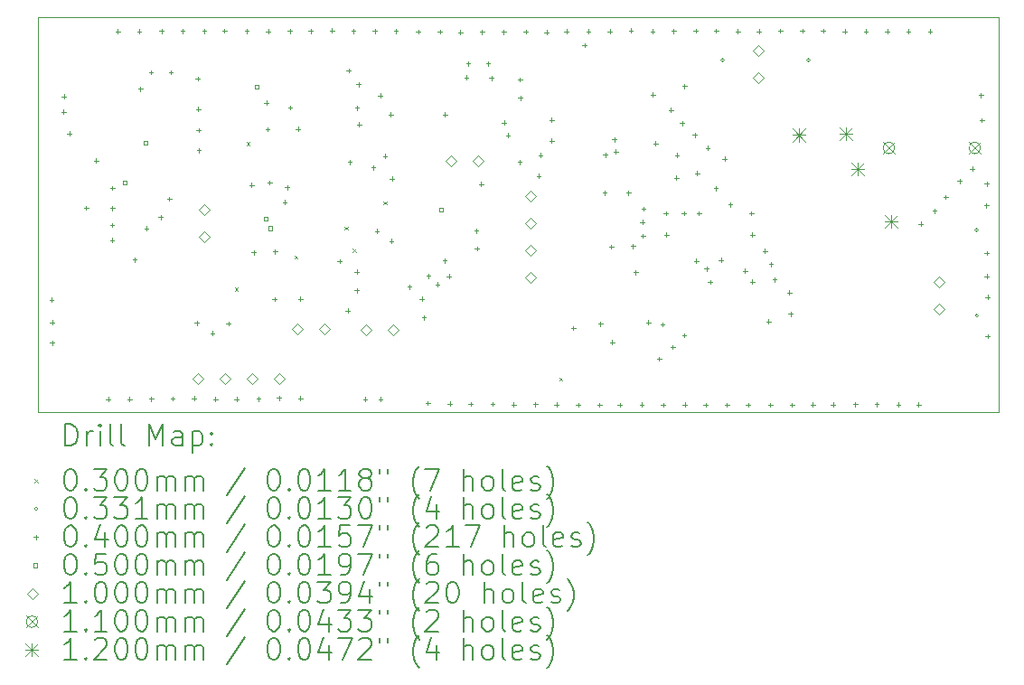
<source format=gbr>
%FSLAX45Y45*%
G04 Gerber Fmt 4.5, Leading zero omitted, Abs format (unit mm)*
G04 Created by KiCad (PCBNEW (6.0.4-0)) date 2022-07-12 14:17:31*
%MOMM*%
%LPD*%
G01*
G04 APERTURE LIST*
%TA.AperFunction,Profile*%
%ADD10C,0.100000*%
%TD*%
%ADD11C,0.200000*%
%ADD12C,0.030000*%
%ADD13C,0.033060*%
%ADD14C,0.040000*%
%ADD15C,0.050000*%
%ADD16C,0.100000*%
%ADD17C,0.110000*%
%ADD18C,0.120000*%
G04 APERTURE END LIST*
D10*
X8000000Y-5600000D02*
X17000000Y-5600000D01*
X17000000Y-5600000D02*
X17000000Y-9300000D01*
X17000000Y-9300000D02*
X8000000Y-9300000D01*
X8000000Y-9300000D02*
X8000000Y-5600000D01*
D11*
D12*
X9840000Y-8136000D02*
X9870000Y-8166000D01*
X9870000Y-8136000D02*
X9840000Y-8166000D01*
X9949964Y-6772029D02*
X9979964Y-6802029D01*
X9979964Y-6772029D02*
X9949964Y-6802029D01*
X10397000Y-7833000D02*
X10427000Y-7863000D01*
X10427000Y-7833000D02*
X10397000Y-7863000D01*
X10870000Y-7565000D02*
X10900000Y-7595000D01*
X10900000Y-7565000D02*
X10870000Y-7595000D01*
X10944000Y-7771000D02*
X10974000Y-7801000D01*
X10974000Y-7771000D02*
X10944000Y-7801000D01*
X11233000Y-7325000D02*
X11263000Y-7355000D01*
X11263000Y-7325000D02*
X11233000Y-7355000D01*
X12880000Y-8977000D02*
X12910000Y-9007000D01*
X12910000Y-8977000D02*
X12880000Y-9007000D01*
D13*
X14428530Y-6004000D02*
G75*
G03*
X14428530Y-6004000I-16530J0D01*
G01*
X15228530Y-6004000D02*
G75*
G03*
X15228530Y-6004000I-16530J0D01*
G01*
X16805530Y-7596000D02*
G75*
G03*
X16805530Y-7596000I-16530J0D01*
G01*
X16805530Y-8396000D02*
G75*
G03*
X16805530Y-8396000I-16530J0D01*
G01*
D14*
X8124000Y-8229000D02*
X8124000Y-8269000D01*
X8104000Y-8249000D02*
X8144000Y-8249000D01*
X8128000Y-8442000D02*
X8128000Y-8482000D01*
X8108000Y-8462000D02*
X8148000Y-8462000D01*
X8128000Y-8633000D02*
X8128000Y-8673000D01*
X8108000Y-8653000D02*
X8148000Y-8653000D01*
X8237000Y-6469000D02*
X8237000Y-6509000D01*
X8217000Y-6489000D02*
X8257000Y-6489000D01*
X8239000Y-6324000D02*
X8239000Y-6364000D01*
X8219000Y-6344000D02*
X8259000Y-6344000D01*
X8291000Y-6670000D02*
X8291000Y-6710000D01*
X8271000Y-6690000D02*
X8311000Y-6690000D01*
X8447865Y-7367979D02*
X8447865Y-7407979D01*
X8427865Y-7387979D02*
X8467865Y-7387979D01*
X8542000Y-6926000D02*
X8542000Y-6966000D01*
X8522000Y-6946000D02*
X8562000Y-6946000D01*
X8653000Y-9160000D02*
X8653000Y-9200000D01*
X8633000Y-9180000D02*
X8673000Y-9180000D01*
X8691000Y-7528000D02*
X8691000Y-7568000D01*
X8671000Y-7548000D02*
X8711000Y-7548000D01*
X8691000Y-7669000D02*
X8691000Y-7709000D01*
X8671000Y-7689000D02*
X8711000Y-7689000D01*
X8693000Y-7182000D02*
X8693000Y-7222000D01*
X8673000Y-7202000D02*
X8713000Y-7202000D01*
X8694000Y-7370000D02*
X8694000Y-7410000D01*
X8674000Y-7390000D02*
X8714000Y-7390000D01*
X8744000Y-5713000D02*
X8744000Y-5753000D01*
X8724000Y-5733000D02*
X8764000Y-5733000D01*
X8853000Y-9160000D02*
X8853000Y-9200000D01*
X8833000Y-9180000D02*
X8873000Y-9180000D01*
X8901000Y-7852000D02*
X8901000Y-7892000D01*
X8881000Y-7872000D02*
X8921000Y-7872000D01*
X8944000Y-5713000D02*
X8944000Y-5753000D01*
X8924000Y-5733000D02*
X8964000Y-5733000D01*
X8955000Y-6254000D02*
X8955000Y-6294000D01*
X8935000Y-6274000D02*
X8975000Y-6274000D01*
X9012000Y-7560000D02*
X9012000Y-7600000D01*
X8992000Y-7580000D02*
X9032000Y-7580000D01*
X9054000Y-6097000D02*
X9054000Y-6137000D01*
X9034000Y-6117000D02*
X9074000Y-6117000D01*
X9057000Y-9157000D02*
X9057000Y-9197000D01*
X9037000Y-9177000D02*
X9077000Y-9177000D01*
X9145000Y-7455000D02*
X9145000Y-7495000D01*
X9125000Y-7475000D02*
X9165000Y-7475000D01*
X9153000Y-5711000D02*
X9153000Y-5751000D01*
X9133000Y-5731000D02*
X9173000Y-5731000D01*
X9228000Y-7284000D02*
X9228000Y-7324000D01*
X9208000Y-7304000D02*
X9248000Y-7304000D01*
X9241000Y-6098000D02*
X9241000Y-6138000D01*
X9221000Y-6118000D02*
X9261000Y-6118000D01*
X9258000Y-9155000D02*
X9258000Y-9195000D01*
X9238000Y-9175000D02*
X9278000Y-9175000D01*
X9350000Y-5711000D02*
X9350000Y-5751000D01*
X9330000Y-5731000D02*
X9370000Y-5731000D01*
X9459000Y-9152000D02*
X9459000Y-9192000D01*
X9439000Y-9172000D02*
X9479000Y-9172000D01*
X9483000Y-8447000D02*
X9483000Y-8487000D01*
X9463000Y-8467000D02*
X9503000Y-8467000D01*
X9492000Y-6157000D02*
X9492000Y-6197000D01*
X9472000Y-6177000D02*
X9512000Y-6177000D01*
X9497369Y-6442427D02*
X9497369Y-6482427D01*
X9477369Y-6462427D02*
X9517369Y-6462427D01*
X9501000Y-6639000D02*
X9501000Y-6679000D01*
X9481000Y-6659000D02*
X9521000Y-6659000D01*
X9503000Y-6830000D02*
X9503000Y-6870000D01*
X9483000Y-6850000D02*
X9523000Y-6850000D01*
X9553000Y-5711000D02*
X9553000Y-5751000D01*
X9533000Y-5731000D02*
X9573000Y-5731000D01*
X9631000Y-8541000D02*
X9631000Y-8581000D01*
X9611000Y-8561000D02*
X9651000Y-8561000D01*
X9657000Y-9159000D02*
X9657000Y-9199000D01*
X9637000Y-9179000D02*
X9677000Y-9179000D01*
X9742000Y-5708000D02*
X9742000Y-5748000D01*
X9722000Y-5728000D02*
X9762000Y-5728000D01*
X9781000Y-8451000D02*
X9781000Y-8491000D01*
X9761000Y-8471000D02*
X9801000Y-8471000D01*
X9855000Y-9159000D02*
X9855000Y-9199000D01*
X9835000Y-9179000D02*
X9875000Y-9179000D01*
X9953000Y-5711000D02*
X9953000Y-5751000D01*
X9933000Y-5731000D02*
X9973000Y-5731000D01*
X9997000Y-7155000D02*
X9997000Y-7195000D01*
X9977000Y-7175000D02*
X10017000Y-7175000D01*
X10018000Y-7785000D02*
X10018000Y-7825000D01*
X9998000Y-7805000D02*
X10038000Y-7805000D01*
X10061000Y-9156000D02*
X10061000Y-9196000D01*
X10041000Y-9176000D02*
X10081000Y-9176000D01*
X10137000Y-6383000D02*
X10137000Y-6423000D01*
X10117000Y-6403000D02*
X10157000Y-6403000D01*
X10146000Y-6631000D02*
X10146000Y-6671000D01*
X10126000Y-6651000D02*
X10166000Y-6651000D01*
X10152000Y-5715000D02*
X10152000Y-5755000D01*
X10132000Y-5735000D02*
X10172000Y-5735000D01*
X10166000Y-7131000D02*
X10166000Y-7171000D01*
X10146000Y-7151000D02*
X10186000Y-7151000D01*
X10213000Y-8223000D02*
X10213000Y-8263000D01*
X10193000Y-8243000D02*
X10233000Y-8243000D01*
X10217000Y-7778000D02*
X10217000Y-7818000D01*
X10197000Y-7798000D02*
X10237000Y-7798000D01*
X10253000Y-9150000D02*
X10253000Y-9190000D01*
X10233000Y-9170000D02*
X10273000Y-9170000D01*
X10308000Y-7316000D02*
X10308000Y-7356000D01*
X10288000Y-7336000D02*
X10328000Y-7336000D01*
X10329000Y-7175000D02*
X10329000Y-7215000D01*
X10309000Y-7195000D02*
X10349000Y-7195000D01*
X10355000Y-5711000D02*
X10355000Y-5751000D01*
X10335000Y-5731000D02*
X10375000Y-5731000D01*
X10358000Y-6428000D02*
X10358000Y-6468000D01*
X10338000Y-6448000D02*
X10378000Y-6448000D01*
X10433000Y-6629000D02*
X10433000Y-6669000D01*
X10413000Y-6649000D02*
X10453000Y-6649000D01*
X10454000Y-9153000D02*
X10454000Y-9193000D01*
X10434000Y-9173000D02*
X10474000Y-9173000D01*
X10455000Y-8221000D02*
X10455000Y-8261000D01*
X10435000Y-8241000D02*
X10475000Y-8241000D01*
X10551000Y-5711000D02*
X10551000Y-5751000D01*
X10531000Y-5731000D02*
X10571000Y-5731000D01*
X10751000Y-5705000D02*
X10751000Y-5745000D01*
X10731000Y-5725000D02*
X10771000Y-5725000D01*
X10822000Y-7867000D02*
X10822000Y-7907000D01*
X10802000Y-7887000D02*
X10842000Y-7887000D01*
X10897000Y-8330000D02*
X10897000Y-8370000D01*
X10877000Y-8350000D02*
X10917000Y-8350000D01*
X10907000Y-6080000D02*
X10907000Y-6120000D01*
X10887000Y-6100000D02*
X10927000Y-6100000D01*
X10916569Y-6938630D02*
X10916569Y-6978630D01*
X10896569Y-6958630D02*
X10936569Y-6958630D01*
X10950000Y-5711000D02*
X10950000Y-5751000D01*
X10930000Y-5731000D02*
X10970000Y-5731000D01*
X10981000Y-7968000D02*
X10981000Y-8008000D01*
X10961000Y-7988000D02*
X11001000Y-7988000D01*
X10981000Y-8140000D02*
X10981000Y-8180000D01*
X10961000Y-8160000D02*
X11001000Y-8160000D01*
X10986000Y-6432000D02*
X10986000Y-6472000D01*
X10966000Y-6452000D02*
X11006000Y-6452000D01*
X10999000Y-6212000D02*
X10999000Y-6252000D01*
X10979000Y-6232000D02*
X11019000Y-6232000D01*
X11005000Y-6587000D02*
X11005000Y-6627000D01*
X10985000Y-6607000D02*
X11025000Y-6607000D01*
X11062000Y-9159000D02*
X11062000Y-9199000D01*
X11042000Y-9179000D02*
X11082000Y-9179000D01*
X11138000Y-6989000D02*
X11138000Y-7029000D01*
X11118000Y-7009000D02*
X11158000Y-7009000D01*
X11153000Y-5711000D02*
X11153000Y-5751000D01*
X11133000Y-5731000D02*
X11173000Y-5731000D01*
X11170000Y-7585000D02*
X11170000Y-7625000D01*
X11150000Y-7605000D02*
X11190000Y-7605000D01*
X11203000Y-6314000D02*
X11203000Y-6354000D01*
X11183000Y-6334000D02*
X11223000Y-6334000D01*
X11204000Y-9159000D02*
X11204000Y-9199000D01*
X11184000Y-9179000D02*
X11224000Y-9179000D01*
X11247000Y-6883000D02*
X11247000Y-6923000D01*
X11227000Y-6903000D02*
X11267000Y-6903000D01*
X11300000Y-6494000D02*
X11300000Y-6534000D01*
X11280000Y-6514000D02*
X11320000Y-6514000D01*
X11306434Y-7678087D02*
X11306434Y-7718087D01*
X11286434Y-7698087D02*
X11326434Y-7698087D01*
X11311001Y-7094306D02*
X11311001Y-7134306D01*
X11291001Y-7114306D02*
X11331001Y-7114306D01*
X11350000Y-5712000D02*
X11350000Y-5752000D01*
X11330000Y-5732000D02*
X11370000Y-5732000D01*
X11477000Y-8106000D02*
X11477000Y-8146000D01*
X11457000Y-8126000D02*
X11497000Y-8126000D01*
X11557000Y-5716000D02*
X11557000Y-5756000D01*
X11537000Y-5736000D02*
X11577000Y-5736000D01*
X11593000Y-8220000D02*
X11593000Y-8260000D01*
X11573000Y-8240000D02*
X11613000Y-8240000D01*
X11611000Y-8394000D02*
X11611000Y-8434000D01*
X11591000Y-8414000D02*
X11631000Y-8414000D01*
X11647000Y-9196000D02*
X11647000Y-9236000D01*
X11627000Y-9216000D02*
X11667000Y-9216000D01*
X11654000Y-8005000D02*
X11654000Y-8045000D01*
X11634000Y-8025000D02*
X11674000Y-8025000D01*
X11738327Y-8086363D02*
X11738327Y-8126363D01*
X11718327Y-8106363D02*
X11758327Y-8106363D01*
X11760000Y-5718000D02*
X11760000Y-5758000D01*
X11740000Y-5738000D02*
X11780000Y-5738000D01*
X11806000Y-7863000D02*
X11806000Y-7903000D01*
X11786000Y-7883000D02*
X11826000Y-7883000D01*
X11809000Y-6494000D02*
X11809000Y-6534000D01*
X11789000Y-6514000D02*
X11829000Y-6514000D01*
X11846000Y-8008000D02*
X11846000Y-8048000D01*
X11826000Y-8028000D02*
X11866000Y-8028000D01*
X11854000Y-9203000D02*
X11854000Y-9243000D01*
X11834000Y-9223000D02*
X11874000Y-9223000D01*
X11954000Y-5722000D02*
X11954000Y-5762000D01*
X11934000Y-5742000D02*
X11974000Y-5742000D01*
X12010000Y-6146000D02*
X12010000Y-6186000D01*
X11990000Y-6166000D02*
X12030000Y-6166000D01*
X12026000Y-6017000D02*
X12026000Y-6057000D01*
X12006000Y-6037000D02*
X12046000Y-6037000D01*
X12050000Y-9205000D02*
X12050000Y-9245000D01*
X12030000Y-9225000D02*
X12070000Y-9225000D01*
X12103011Y-7582655D02*
X12103011Y-7622655D01*
X12083011Y-7602655D02*
X12123011Y-7602655D01*
X12107000Y-7748000D02*
X12107000Y-7788000D01*
X12087000Y-7768000D02*
X12127000Y-7768000D01*
X12149000Y-7145000D02*
X12149000Y-7185000D01*
X12129000Y-7165000D02*
X12169000Y-7165000D01*
X12157000Y-5720000D02*
X12157000Y-5760000D01*
X12137000Y-5740000D02*
X12177000Y-5740000D01*
X12212000Y-6017000D02*
X12212000Y-6057000D01*
X12192000Y-6037000D02*
X12232000Y-6037000D01*
X12244000Y-6152000D02*
X12244000Y-6192000D01*
X12224000Y-6172000D02*
X12264000Y-6172000D01*
X12255000Y-9205000D02*
X12255000Y-9245000D01*
X12235000Y-9225000D02*
X12275000Y-9225000D01*
X12358000Y-5719000D02*
X12358000Y-5759000D01*
X12338000Y-5739000D02*
X12378000Y-5739000D01*
X12361000Y-6571000D02*
X12361000Y-6611000D01*
X12341000Y-6591000D02*
X12381000Y-6591000D01*
X12398000Y-6687000D02*
X12398000Y-6727000D01*
X12378000Y-6707000D02*
X12418000Y-6707000D01*
X12453000Y-9212000D02*
X12453000Y-9252000D01*
X12433000Y-9232000D02*
X12473000Y-9232000D01*
X12508000Y-6940000D02*
X12508000Y-6980000D01*
X12488000Y-6960000D02*
X12528000Y-6960000D01*
X12511860Y-6165898D02*
X12511860Y-6205898D01*
X12491860Y-6185898D02*
X12531860Y-6185898D01*
X12515000Y-6338000D02*
X12515000Y-6378000D01*
X12495000Y-6358000D02*
X12535000Y-6358000D01*
X12564000Y-5718000D02*
X12564000Y-5758000D01*
X12544000Y-5738000D02*
X12584000Y-5738000D01*
X12654000Y-9208000D02*
X12654000Y-9248000D01*
X12634000Y-9228000D02*
X12674000Y-9228000D01*
X12686000Y-7070000D02*
X12686000Y-7110000D01*
X12666000Y-7090000D02*
X12706000Y-7090000D01*
X12703000Y-6874000D02*
X12703000Y-6914000D01*
X12683000Y-6894000D02*
X12723000Y-6894000D01*
X12759000Y-5723000D02*
X12759000Y-5763000D01*
X12739000Y-5743000D02*
X12779000Y-5743000D01*
X12808000Y-6543000D02*
X12808000Y-6583000D01*
X12788000Y-6563000D02*
X12828000Y-6563000D01*
X12808000Y-6740000D02*
X12808000Y-6780000D01*
X12788000Y-6760000D02*
X12828000Y-6760000D01*
X12852000Y-9212000D02*
X12852000Y-9252000D01*
X12832000Y-9232000D02*
X12872000Y-9232000D01*
X12947000Y-5715000D02*
X12947000Y-5755000D01*
X12927000Y-5735000D02*
X12967000Y-5735000D01*
X13010000Y-8495000D02*
X13010000Y-8535000D01*
X12990000Y-8515000D02*
X13030000Y-8515000D01*
X13055000Y-9214000D02*
X13055000Y-9254000D01*
X13035000Y-9234000D02*
X13075000Y-9234000D01*
X13115000Y-5843000D02*
X13115000Y-5883000D01*
X13095000Y-5863000D02*
X13135000Y-5863000D01*
X13153000Y-5715000D02*
X13153000Y-5755000D01*
X13133000Y-5735000D02*
X13173000Y-5735000D01*
X13256000Y-9214000D02*
X13256000Y-9254000D01*
X13236000Y-9234000D02*
X13276000Y-9234000D01*
X13266000Y-8454000D02*
X13266000Y-8494000D01*
X13246000Y-8474000D02*
X13286000Y-8474000D01*
X13305000Y-7226000D02*
X13305000Y-7266000D01*
X13285000Y-7246000D02*
X13325000Y-7246000D01*
X13310000Y-6870000D02*
X13310000Y-6910000D01*
X13290000Y-6890000D02*
X13330000Y-6890000D01*
X13353000Y-5715000D02*
X13353000Y-5755000D01*
X13333000Y-5735000D02*
X13373000Y-5735000D01*
X13367000Y-7733000D02*
X13367000Y-7773000D01*
X13347000Y-7753000D02*
X13387000Y-7753000D01*
X13374000Y-8627000D02*
X13374000Y-8667000D01*
X13354000Y-8647000D02*
X13394000Y-8647000D01*
X13395000Y-6727000D02*
X13395000Y-6767000D01*
X13375000Y-6747000D02*
X13415000Y-6747000D01*
X13408000Y-6839209D02*
X13408000Y-6879209D01*
X13388000Y-6859209D02*
X13428000Y-6859209D01*
X13447000Y-9214000D02*
X13447000Y-9254000D01*
X13427000Y-9234000D02*
X13467000Y-9234000D01*
X13527000Y-7226000D02*
X13527000Y-7266000D01*
X13507000Y-7246000D02*
X13547000Y-7246000D01*
X13550000Y-5707000D02*
X13550000Y-5747000D01*
X13530000Y-5727000D02*
X13570000Y-5727000D01*
X13571000Y-7725000D02*
X13571000Y-7765000D01*
X13551000Y-7745000D02*
X13591000Y-7745000D01*
X13595000Y-7971000D02*
X13595000Y-8011000D01*
X13575000Y-7991000D02*
X13615000Y-7991000D01*
X13651000Y-9211000D02*
X13651000Y-9251000D01*
X13631000Y-9231000D02*
X13671000Y-9231000D01*
X13659000Y-7501000D02*
X13659000Y-7541000D01*
X13639000Y-7521000D02*
X13679000Y-7521000D01*
X13663000Y-7630000D02*
X13663000Y-7670000D01*
X13643000Y-7650000D02*
X13683000Y-7650000D01*
X13669000Y-7376000D02*
X13669000Y-7416000D01*
X13649000Y-7396000D02*
X13689000Y-7396000D01*
X13713000Y-8440000D02*
X13713000Y-8480000D01*
X13693000Y-8460000D02*
X13733000Y-8460000D01*
X13754000Y-5715000D02*
X13754000Y-5755000D01*
X13734000Y-5735000D02*
X13774000Y-5735000D01*
X13757000Y-6308000D02*
X13757000Y-6348000D01*
X13737000Y-6328000D02*
X13777000Y-6328000D01*
X13781000Y-6764000D02*
X13781000Y-6804000D01*
X13761000Y-6784000D02*
X13801000Y-6784000D01*
X13814000Y-8782000D02*
X13814000Y-8822000D01*
X13794000Y-8802000D02*
X13834000Y-8802000D01*
X13846000Y-8461000D02*
X13846000Y-8501000D01*
X13826000Y-8481000D02*
X13866000Y-8481000D01*
X13851000Y-9213000D02*
X13851000Y-9253000D01*
X13831000Y-9233000D02*
X13871000Y-9233000D01*
X13879000Y-7418000D02*
X13879000Y-7458000D01*
X13859000Y-7438000D02*
X13899000Y-7438000D01*
X13882000Y-7620000D02*
X13882000Y-7660000D01*
X13862000Y-7640000D02*
X13902000Y-7640000D01*
X13925000Y-6452000D02*
X13925000Y-6492000D01*
X13905000Y-6472000D02*
X13945000Y-6472000D01*
X13943000Y-8673000D02*
X13943000Y-8713000D01*
X13923000Y-8693000D02*
X13963000Y-8693000D01*
X13950000Y-5712000D02*
X13950000Y-5752000D01*
X13930000Y-5732000D02*
X13970000Y-5732000D01*
X13977000Y-7085000D02*
X13977000Y-7125000D01*
X13957000Y-7105000D02*
X13997000Y-7105000D01*
X13981000Y-6873000D02*
X13981000Y-6913000D01*
X13961000Y-6893000D02*
X14001000Y-6893000D01*
X14029000Y-6574000D02*
X14029000Y-6614000D01*
X14009000Y-6594000D02*
X14049000Y-6594000D01*
X14047000Y-7419000D02*
X14047000Y-7459000D01*
X14027000Y-7439000D02*
X14067000Y-7439000D01*
X14049000Y-8563000D02*
X14049000Y-8603000D01*
X14029000Y-8583000D02*
X14069000Y-8583000D01*
X14054000Y-6227000D02*
X14054000Y-6267000D01*
X14034000Y-6247000D02*
X14074000Y-6247000D01*
X14055000Y-9211000D02*
X14055000Y-9251000D01*
X14035000Y-9231000D02*
X14075000Y-9231000D01*
X14148000Y-6684000D02*
X14148000Y-6724000D01*
X14128000Y-6704000D02*
X14168000Y-6704000D01*
X14157000Y-5709000D02*
X14157000Y-5749000D01*
X14137000Y-5729000D02*
X14177000Y-5729000D01*
X14164000Y-7866000D02*
X14164000Y-7906000D01*
X14144000Y-7886000D02*
X14184000Y-7886000D01*
X14172000Y-7043000D02*
X14172000Y-7083000D01*
X14152000Y-7063000D02*
X14192000Y-7063000D01*
X14188000Y-7418000D02*
X14188000Y-7458000D01*
X14168000Y-7438000D02*
X14208000Y-7438000D01*
X14251000Y-9213000D02*
X14251000Y-9253000D01*
X14231000Y-9233000D02*
X14271000Y-9233000D01*
X14259000Y-7937000D02*
X14259000Y-7977000D01*
X14239000Y-7957000D02*
X14279000Y-7957000D01*
X14269000Y-6806000D02*
X14269000Y-6846000D01*
X14249000Y-6826000D02*
X14289000Y-6826000D01*
X14294000Y-8062000D02*
X14294000Y-8102000D01*
X14274000Y-8082000D02*
X14314000Y-8082000D01*
X14346000Y-7186000D02*
X14346000Y-7226000D01*
X14326000Y-7206000D02*
X14366000Y-7206000D01*
X14348000Y-5709000D02*
X14348000Y-5749000D01*
X14328000Y-5729000D02*
X14368000Y-5729000D01*
X14395000Y-7857000D02*
X14395000Y-7897000D01*
X14375000Y-7877000D02*
X14415000Y-7877000D01*
X14427000Y-6907000D02*
X14427000Y-6947000D01*
X14407000Y-6927000D02*
X14447000Y-6927000D01*
X14450000Y-9213000D02*
X14450000Y-9253000D01*
X14430000Y-9233000D02*
X14470000Y-9233000D01*
X14482000Y-7336000D02*
X14482000Y-7376000D01*
X14462000Y-7356000D02*
X14502000Y-7356000D01*
X14553000Y-5715000D02*
X14553000Y-5755000D01*
X14533000Y-5735000D02*
X14573000Y-5735000D01*
X14621000Y-7959000D02*
X14621000Y-7999000D01*
X14601000Y-7979000D02*
X14641000Y-7979000D01*
X14647000Y-9213000D02*
X14647000Y-9253000D01*
X14627000Y-9233000D02*
X14667000Y-9233000D01*
X14678000Y-7419000D02*
X14678000Y-7459000D01*
X14658000Y-7439000D02*
X14698000Y-7439000D01*
X14686000Y-8061000D02*
X14686000Y-8101000D01*
X14666000Y-8081000D02*
X14706000Y-8081000D01*
X14688000Y-7618000D02*
X14688000Y-7658000D01*
X14668000Y-7638000D02*
X14708000Y-7638000D01*
X14749000Y-5715000D02*
X14749000Y-5755000D01*
X14729000Y-5735000D02*
X14769000Y-5735000D01*
X14807000Y-7771000D02*
X14807000Y-7811000D01*
X14787000Y-7791000D02*
X14827000Y-7791000D01*
X14841000Y-8432000D02*
X14841000Y-8472000D01*
X14821000Y-8452000D02*
X14861000Y-8452000D01*
X14856000Y-9213000D02*
X14856000Y-9253000D01*
X14836000Y-9233000D02*
X14876000Y-9233000D01*
X14863000Y-7897000D02*
X14863000Y-7937000D01*
X14843000Y-7917000D02*
X14883000Y-7917000D01*
X14896000Y-8039000D02*
X14896000Y-8079000D01*
X14876000Y-8059000D02*
X14916000Y-8059000D01*
X14951000Y-5709000D02*
X14951000Y-5749000D01*
X14931000Y-5729000D02*
X14971000Y-5729000D01*
X15036000Y-8162000D02*
X15036000Y-8202000D01*
X15016000Y-8182000D02*
X15056000Y-8182000D01*
X15046000Y-8362000D02*
X15046000Y-8402000D01*
X15026000Y-8382000D02*
X15066000Y-8382000D01*
X15061000Y-9213000D02*
X15061000Y-9253000D01*
X15041000Y-9233000D02*
X15081000Y-9233000D01*
X15155000Y-5709000D02*
X15155000Y-5749000D01*
X15135000Y-5729000D02*
X15175000Y-5729000D01*
X15255000Y-9211000D02*
X15255000Y-9251000D01*
X15235000Y-9231000D02*
X15275000Y-9231000D01*
X15351000Y-5709000D02*
X15351000Y-5749000D01*
X15331000Y-5729000D02*
X15371000Y-5729000D01*
X15444000Y-9212000D02*
X15444000Y-9252000D01*
X15424000Y-9232000D02*
X15464000Y-9232000D01*
X15554000Y-5715000D02*
X15554000Y-5755000D01*
X15534000Y-5735000D02*
X15574000Y-5735000D01*
X15652000Y-9209000D02*
X15652000Y-9249000D01*
X15632000Y-9229000D02*
X15672000Y-9229000D01*
X15752000Y-5715000D02*
X15752000Y-5755000D01*
X15732000Y-5735000D02*
X15772000Y-5735000D01*
X15854000Y-9209000D02*
X15854000Y-9249000D01*
X15834000Y-9229000D02*
X15874000Y-9229000D01*
X15951000Y-5715000D02*
X15951000Y-5755000D01*
X15931000Y-5735000D02*
X15971000Y-5735000D01*
X16056000Y-9212000D02*
X16056000Y-9252000D01*
X16036000Y-9232000D02*
X16076000Y-9232000D01*
X16149000Y-5715000D02*
X16149000Y-5755000D01*
X16129000Y-5735000D02*
X16169000Y-5735000D01*
X16246000Y-9212000D02*
X16246000Y-9252000D01*
X16226000Y-9232000D02*
X16266000Y-9232000D01*
X16264000Y-7517000D02*
X16264000Y-7557000D01*
X16244000Y-7537000D02*
X16284000Y-7537000D01*
X16353000Y-5715000D02*
X16353000Y-5755000D01*
X16333000Y-5735000D02*
X16373000Y-5735000D01*
X16395000Y-7397000D02*
X16395000Y-7437000D01*
X16375000Y-7417000D02*
X16415000Y-7417000D01*
X16498000Y-7266000D02*
X16498000Y-7306000D01*
X16478000Y-7286000D02*
X16518000Y-7286000D01*
X16629000Y-7116000D02*
X16629000Y-7156000D01*
X16609000Y-7136000D02*
X16649000Y-7136000D01*
X16749000Y-7002000D02*
X16749000Y-7042000D01*
X16729000Y-7022000D02*
X16769000Y-7022000D01*
X16830000Y-6312000D02*
X16830000Y-6352000D01*
X16810000Y-6332000D02*
X16850000Y-6332000D01*
X16839000Y-6546000D02*
X16839000Y-6586000D01*
X16819000Y-6566000D02*
X16859000Y-6566000D01*
X16879000Y-7345000D02*
X16879000Y-7385000D01*
X16859000Y-7365000D02*
X16899000Y-7365000D01*
X16883000Y-7142000D02*
X16883000Y-7182000D01*
X16863000Y-7162000D02*
X16903000Y-7162000D01*
X16883000Y-7791000D02*
X16883000Y-7831000D01*
X16863000Y-7811000D02*
X16903000Y-7811000D01*
X16883000Y-8010000D02*
X16883000Y-8050000D01*
X16863000Y-8030000D02*
X16903000Y-8030000D01*
X16891000Y-8205000D02*
X16891000Y-8245000D01*
X16871000Y-8225000D02*
X16911000Y-8225000D01*
X16891000Y-8570000D02*
X16891000Y-8610000D01*
X16871000Y-8590000D02*
X16911000Y-8590000D01*
D15*
X8828678Y-7166678D02*
X8828678Y-7131322D01*
X8793322Y-7131322D01*
X8793322Y-7166678D01*
X8828678Y-7166678D01*
X9022678Y-6796678D02*
X9022678Y-6761322D01*
X8987322Y-6761322D01*
X8987322Y-6796678D01*
X9022678Y-6796678D01*
X10064154Y-6271062D02*
X10064154Y-6235706D01*
X10028798Y-6235706D01*
X10028798Y-6271062D01*
X10064154Y-6271062D01*
X10148678Y-7504678D02*
X10148678Y-7469322D01*
X10113322Y-7469322D01*
X10113322Y-7504678D01*
X10148678Y-7504678D01*
X10190678Y-7595678D02*
X10190678Y-7560322D01*
X10155322Y-7560322D01*
X10155322Y-7595678D01*
X10190678Y-7595678D01*
X11789678Y-7425678D02*
X11789678Y-7390322D01*
X11754322Y-7390322D01*
X11754322Y-7425678D01*
X11789678Y-7425678D01*
D16*
X9492000Y-9038000D02*
X9542000Y-8988000D01*
X9492000Y-8938000D01*
X9442000Y-8988000D01*
X9492000Y-9038000D01*
X9551000Y-7453000D02*
X9601000Y-7403000D01*
X9551000Y-7353000D01*
X9501000Y-7403000D01*
X9551000Y-7453000D01*
X9551000Y-7707000D02*
X9601000Y-7657000D01*
X9551000Y-7607000D01*
X9501000Y-7657000D01*
X9551000Y-7707000D01*
X9746000Y-9038000D02*
X9796000Y-8988000D01*
X9746000Y-8938000D01*
X9696000Y-8988000D01*
X9746000Y-9038000D01*
X10000000Y-9038000D02*
X10050000Y-8988000D01*
X10000000Y-8938000D01*
X9950000Y-8988000D01*
X10000000Y-9038000D01*
X10254000Y-9038000D02*
X10304000Y-8988000D01*
X10254000Y-8938000D01*
X10204000Y-8988000D01*
X10254000Y-9038000D01*
X10426000Y-8571000D02*
X10476000Y-8521000D01*
X10426000Y-8471000D01*
X10376000Y-8521000D01*
X10426000Y-8571000D01*
X10680000Y-8571000D02*
X10730000Y-8521000D01*
X10680000Y-8471000D01*
X10630000Y-8521000D01*
X10680000Y-8571000D01*
X11072000Y-8578000D02*
X11122000Y-8528000D01*
X11072000Y-8478000D01*
X11022000Y-8528000D01*
X11072000Y-8578000D01*
X11326000Y-8578000D02*
X11376000Y-8528000D01*
X11326000Y-8478000D01*
X11276000Y-8528000D01*
X11326000Y-8578000D01*
X11865000Y-6997500D02*
X11915000Y-6947500D01*
X11865000Y-6897500D01*
X11815000Y-6947500D01*
X11865000Y-6997500D01*
X12119000Y-6997500D02*
X12169000Y-6947500D01*
X12119000Y-6897500D01*
X12069000Y-6947500D01*
X12119000Y-6997500D01*
X12610000Y-7326000D02*
X12660000Y-7276000D01*
X12610000Y-7226000D01*
X12560000Y-7276000D01*
X12610000Y-7326000D01*
X12610000Y-7580000D02*
X12660000Y-7530000D01*
X12610000Y-7480000D01*
X12560000Y-7530000D01*
X12610000Y-7580000D01*
X12610000Y-7834000D02*
X12660000Y-7784000D01*
X12610000Y-7734000D01*
X12560000Y-7784000D01*
X12610000Y-7834000D01*
X12610000Y-8088000D02*
X12660000Y-8038000D01*
X12610000Y-7988000D01*
X12560000Y-8038000D01*
X12610000Y-8088000D01*
X14746000Y-5964000D02*
X14796000Y-5914000D01*
X14746000Y-5864000D01*
X14696000Y-5914000D01*
X14746000Y-5964000D01*
X14746000Y-6218000D02*
X14796000Y-6168000D01*
X14746000Y-6118000D01*
X14696000Y-6168000D01*
X14746000Y-6218000D01*
X16435000Y-8132500D02*
X16485000Y-8082500D01*
X16435000Y-8032500D01*
X16385000Y-8082500D01*
X16435000Y-8132500D01*
X16435000Y-8386500D02*
X16485000Y-8336500D01*
X16435000Y-8286500D01*
X16385000Y-8336500D01*
X16435000Y-8386500D01*
D17*
X15912500Y-6772000D02*
X16022500Y-6882000D01*
X16022500Y-6772000D02*
X15912500Y-6882000D01*
X16022500Y-6827000D02*
G75*
G03*
X16022500Y-6827000I-55000J0D01*
G01*
X16717500Y-6772000D02*
X16827500Y-6882000D01*
X16827500Y-6772000D02*
X16717500Y-6882000D01*
X16827500Y-6827000D02*
G75*
G03*
X16827500Y-6827000I-55000J0D01*
G01*
D18*
X15064750Y-6646500D02*
X15184750Y-6766500D01*
X15184750Y-6646500D02*
X15064750Y-6766500D01*
X15124750Y-6646500D02*
X15124750Y-6766500D01*
X15064750Y-6706500D02*
X15184750Y-6706500D01*
X15505750Y-6630500D02*
X15625750Y-6750500D01*
X15625750Y-6630500D02*
X15505750Y-6750500D01*
X15565750Y-6630500D02*
X15565750Y-6750500D01*
X15505750Y-6690500D02*
X15625750Y-6690500D01*
X15613750Y-6966500D02*
X15733750Y-7086500D01*
X15733750Y-6966500D02*
X15613750Y-7086500D01*
X15673750Y-6966500D02*
X15673750Y-7086500D01*
X15613750Y-7026500D02*
X15733750Y-7026500D01*
X15930750Y-7458500D02*
X16050750Y-7578500D01*
X16050750Y-7458500D02*
X15930750Y-7578500D01*
X15990750Y-7458500D02*
X15990750Y-7578500D01*
X15930750Y-7518500D02*
X16050750Y-7518500D01*
D11*
X8252619Y-9615476D02*
X8252619Y-9415476D01*
X8300238Y-9415476D01*
X8328809Y-9425000D01*
X8347857Y-9444048D01*
X8357381Y-9463095D01*
X8366905Y-9501190D01*
X8366905Y-9529762D01*
X8357381Y-9567857D01*
X8347857Y-9586905D01*
X8328809Y-9605952D01*
X8300238Y-9615476D01*
X8252619Y-9615476D01*
X8452619Y-9615476D02*
X8452619Y-9482143D01*
X8452619Y-9520238D02*
X8462143Y-9501190D01*
X8471667Y-9491667D01*
X8490714Y-9482143D01*
X8509762Y-9482143D01*
X8576429Y-9615476D02*
X8576429Y-9482143D01*
X8576429Y-9415476D02*
X8566905Y-9425000D01*
X8576429Y-9434524D01*
X8585952Y-9425000D01*
X8576429Y-9415476D01*
X8576429Y-9434524D01*
X8700238Y-9615476D02*
X8681190Y-9605952D01*
X8671667Y-9586905D01*
X8671667Y-9415476D01*
X8805000Y-9615476D02*
X8785952Y-9605952D01*
X8776429Y-9586905D01*
X8776429Y-9415476D01*
X9033571Y-9615476D02*
X9033571Y-9415476D01*
X9100238Y-9558333D01*
X9166905Y-9415476D01*
X9166905Y-9615476D01*
X9347857Y-9615476D02*
X9347857Y-9510714D01*
X9338333Y-9491667D01*
X9319286Y-9482143D01*
X9281190Y-9482143D01*
X9262143Y-9491667D01*
X9347857Y-9605952D02*
X9328810Y-9615476D01*
X9281190Y-9615476D01*
X9262143Y-9605952D01*
X9252619Y-9586905D01*
X9252619Y-9567857D01*
X9262143Y-9548810D01*
X9281190Y-9539286D01*
X9328810Y-9539286D01*
X9347857Y-9529762D01*
X9443095Y-9482143D02*
X9443095Y-9682143D01*
X9443095Y-9491667D02*
X9462143Y-9482143D01*
X9500238Y-9482143D01*
X9519286Y-9491667D01*
X9528810Y-9501190D01*
X9538333Y-9520238D01*
X9538333Y-9577381D01*
X9528810Y-9596429D01*
X9519286Y-9605952D01*
X9500238Y-9615476D01*
X9462143Y-9615476D01*
X9443095Y-9605952D01*
X9624048Y-9596429D02*
X9633571Y-9605952D01*
X9624048Y-9615476D01*
X9614524Y-9605952D01*
X9624048Y-9596429D01*
X9624048Y-9615476D01*
X9624048Y-9491667D02*
X9633571Y-9501190D01*
X9624048Y-9510714D01*
X9614524Y-9501190D01*
X9624048Y-9491667D01*
X9624048Y-9510714D01*
D12*
X7965000Y-9930000D02*
X7995000Y-9960000D01*
X7995000Y-9930000D02*
X7965000Y-9960000D01*
D11*
X8290714Y-9835476D02*
X8309762Y-9835476D01*
X8328809Y-9845000D01*
X8338333Y-9854524D01*
X8347857Y-9873571D01*
X8357381Y-9911667D01*
X8357381Y-9959286D01*
X8347857Y-9997381D01*
X8338333Y-10016429D01*
X8328809Y-10025952D01*
X8309762Y-10035476D01*
X8290714Y-10035476D01*
X8271667Y-10025952D01*
X8262143Y-10016429D01*
X8252619Y-9997381D01*
X8243095Y-9959286D01*
X8243095Y-9911667D01*
X8252619Y-9873571D01*
X8262143Y-9854524D01*
X8271667Y-9845000D01*
X8290714Y-9835476D01*
X8443095Y-10016429D02*
X8452619Y-10025952D01*
X8443095Y-10035476D01*
X8433571Y-10025952D01*
X8443095Y-10016429D01*
X8443095Y-10035476D01*
X8519286Y-9835476D02*
X8643095Y-9835476D01*
X8576429Y-9911667D01*
X8605000Y-9911667D01*
X8624048Y-9921190D01*
X8633571Y-9930714D01*
X8643095Y-9949762D01*
X8643095Y-9997381D01*
X8633571Y-10016429D01*
X8624048Y-10025952D01*
X8605000Y-10035476D01*
X8547857Y-10035476D01*
X8528810Y-10025952D01*
X8519286Y-10016429D01*
X8766905Y-9835476D02*
X8785952Y-9835476D01*
X8805000Y-9845000D01*
X8814524Y-9854524D01*
X8824048Y-9873571D01*
X8833571Y-9911667D01*
X8833571Y-9959286D01*
X8824048Y-9997381D01*
X8814524Y-10016429D01*
X8805000Y-10025952D01*
X8785952Y-10035476D01*
X8766905Y-10035476D01*
X8747857Y-10025952D01*
X8738333Y-10016429D01*
X8728810Y-9997381D01*
X8719286Y-9959286D01*
X8719286Y-9911667D01*
X8728810Y-9873571D01*
X8738333Y-9854524D01*
X8747857Y-9845000D01*
X8766905Y-9835476D01*
X8957381Y-9835476D02*
X8976429Y-9835476D01*
X8995476Y-9845000D01*
X9005000Y-9854524D01*
X9014524Y-9873571D01*
X9024048Y-9911667D01*
X9024048Y-9959286D01*
X9014524Y-9997381D01*
X9005000Y-10016429D01*
X8995476Y-10025952D01*
X8976429Y-10035476D01*
X8957381Y-10035476D01*
X8938333Y-10025952D01*
X8928810Y-10016429D01*
X8919286Y-9997381D01*
X8909762Y-9959286D01*
X8909762Y-9911667D01*
X8919286Y-9873571D01*
X8928810Y-9854524D01*
X8938333Y-9845000D01*
X8957381Y-9835476D01*
X9109762Y-10035476D02*
X9109762Y-9902143D01*
X9109762Y-9921190D02*
X9119286Y-9911667D01*
X9138333Y-9902143D01*
X9166905Y-9902143D01*
X9185952Y-9911667D01*
X9195476Y-9930714D01*
X9195476Y-10035476D01*
X9195476Y-9930714D02*
X9205000Y-9911667D01*
X9224048Y-9902143D01*
X9252619Y-9902143D01*
X9271667Y-9911667D01*
X9281190Y-9930714D01*
X9281190Y-10035476D01*
X9376429Y-10035476D02*
X9376429Y-9902143D01*
X9376429Y-9921190D02*
X9385952Y-9911667D01*
X9405000Y-9902143D01*
X9433571Y-9902143D01*
X9452619Y-9911667D01*
X9462143Y-9930714D01*
X9462143Y-10035476D01*
X9462143Y-9930714D02*
X9471667Y-9911667D01*
X9490714Y-9902143D01*
X9519286Y-9902143D01*
X9538333Y-9911667D01*
X9547857Y-9930714D01*
X9547857Y-10035476D01*
X9938333Y-9825952D02*
X9766905Y-10083095D01*
X10195476Y-9835476D02*
X10214524Y-9835476D01*
X10233571Y-9845000D01*
X10243095Y-9854524D01*
X10252619Y-9873571D01*
X10262143Y-9911667D01*
X10262143Y-9959286D01*
X10252619Y-9997381D01*
X10243095Y-10016429D01*
X10233571Y-10025952D01*
X10214524Y-10035476D01*
X10195476Y-10035476D01*
X10176429Y-10025952D01*
X10166905Y-10016429D01*
X10157381Y-9997381D01*
X10147857Y-9959286D01*
X10147857Y-9911667D01*
X10157381Y-9873571D01*
X10166905Y-9854524D01*
X10176429Y-9845000D01*
X10195476Y-9835476D01*
X10347857Y-10016429D02*
X10357381Y-10025952D01*
X10347857Y-10035476D01*
X10338333Y-10025952D01*
X10347857Y-10016429D01*
X10347857Y-10035476D01*
X10481190Y-9835476D02*
X10500238Y-9835476D01*
X10519286Y-9845000D01*
X10528810Y-9854524D01*
X10538333Y-9873571D01*
X10547857Y-9911667D01*
X10547857Y-9959286D01*
X10538333Y-9997381D01*
X10528810Y-10016429D01*
X10519286Y-10025952D01*
X10500238Y-10035476D01*
X10481190Y-10035476D01*
X10462143Y-10025952D01*
X10452619Y-10016429D01*
X10443095Y-9997381D01*
X10433571Y-9959286D01*
X10433571Y-9911667D01*
X10443095Y-9873571D01*
X10452619Y-9854524D01*
X10462143Y-9845000D01*
X10481190Y-9835476D01*
X10738333Y-10035476D02*
X10624048Y-10035476D01*
X10681190Y-10035476D02*
X10681190Y-9835476D01*
X10662143Y-9864048D01*
X10643095Y-9883095D01*
X10624048Y-9892619D01*
X10928810Y-10035476D02*
X10814524Y-10035476D01*
X10871667Y-10035476D02*
X10871667Y-9835476D01*
X10852619Y-9864048D01*
X10833571Y-9883095D01*
X10814524Y-9892619D01*
X11043095Y-9921190D02*
X11024048Y-9911667D01*
X11014524Y-9902143D01*
X11005000Y-9883095D01*
X11005000Y-9873571D01*
X11014524Y-9854524D01*
X11024048Y-9845000D01*
X11043095Y-9835476D01*
X11081190Y-9835476D01*
X11100238Y-9845000D01*
X11109762Y-9854524D01*
X11119286Y-9873571D01*
X11119286Y-9883095D01*
X11109762Y-9902143D01*
X11100238Y-9911667D01*
X11081190Y-9921190D01*
X11043095Y-9921190D01*
X11024048Y-9930714D01*
X11014524Y-9940238D01*
X11005000Y-9959286D01*
X11005000Y-9997381D01*
X11014524Y-10016429D01*
X11024048Y-10025952D01*
X11043095Y-10035476D01*
X11081190Y-10035476D01*
X11100238Y-10025952D01*
X11109762Y-10016429D01*
X11119286Y-9997381D01*
X11119286Y-9959286D01*
X11109762Y-9940238D01*
X11100238Y-9930714D01*
X11081190Y-9921190D01*
X11195476Y-9835476D02*
X11195476Y-9873571D01*
X11271667Y-9835476D02*
X11271667Y-9873571D01*
X11566905Y-10111667D02*
X11557381Y-10102143D01*
X11538333Y-10073571D01*
X11528809Y-10054524D01*
X11519286Y-10025952D01*
X11509762Y-9978333D01*
X11509762Y-9940238D01*
X11519286Y-9892619D01*
X11528809Y-9864048D01*
X11538333Y-9845000D01*
X11557381Y-9816429D01*
X11566905Y-9806905D01*
X11624048Y-9835476D02*
X11757381Y-9835476D01*
X11671667Y-10035476D01*
X11985952Y-10035476D02*
X11985952Y-9835476D01*
X12071667Y-10035476D02*
X12071667Y-9930714D01*
X12062143Y-9911667D01*
X12043095Y-9902143D01*
X12014524Y-9902143D01*
X11995476Y-9911667D01*
X11985952Y-9921190D01*
X12195476Y-10035476D02*
X12176428Y-10025952D01*
X12166905Y-10016429D01*
X12157381Y-9997381D01*
X12157381Y-9940238D01*
X12166905Y-9921190D01*
X12176428Y-9911667D01*
X12195476Y-9902143D01*
X12224048Y-9902143D01*
X12243095Y-9911667D01*
X12252619Y-9921190D01*
X12262143Y-9940238D01*
X12262143Y-9997381D01*
X12252619Y-10016429D01*
X12243095Y-10025952D01*
X12224048Y-10035476D01*
X12195476Y-10035476D01*
X12376428Y-10035476D02*
X12357381Y-10025952D01*
X12347857Y-10006905D01*
X12347857Y-9835476D01*
X12528809Y-10025952D02*
X12509762Y-10035476D01*
X12471667Y-10035476D01*
X12452619Y-10025952D01*
X12443095Y-10006905D01*
X12443095Y-9930714D01*
X12452619Y-9911667D01*
X12471667Y-9902143D01*
X12509762Y-9902143D01*
X12528809Y-9911667D01*
X12538333Y-9930714D01*
X12538333Y-9949762D01*
X12443095Y-9968810D01*
X12614524Y-10025952D02*
X12633571Y-10035476D01*
X12671667Y-10035476D01*
X12690714Y-10025952D01*
X12700238Y-10006905D01*
X12700238Y-9997381D01*
X12690714Y-9978333D01*
X12671667Y-9968810D01*
X12643095Y-9968810D01*
X12624048Y-9959286D01*
X12614524Y-9940238D01*
X12614524Y-9930714D01*
X12624048Y-9911667D01*
X12643095Y-9902143D01*
X12671667Y-9902143D01*
X12690714Y-9911667D01*
X12766905Y-10111667D02*
X12776428Y-10102143D01*
X12795476Y-10073571D01*
X12805000Y-10054524D01*
X12814524Y-10025952D01*
X12824048Y-9978333D01*
X12824048Y-9940238D01*
X12814524Y-9892619D01*
X12805000Y-9864048D01*
X12795476Y-9845000D01*
X12776428Y-9816429D01*
X12766905Y-9806905D01*
D13*
X7995000Y-10209000D02*
G75*
G03*
X7995000Y-10209000I-16530J0D01*
G01*
D11*
X8290714Y-10099476D02*
X8309762Y-10099476D01*
X8328809Y-10109000D01*
X8338333Y-10118524D01*
X8347857Y-10137571D01*
X8357381Y-10175667D01*
X8357381Y-10223286D01*
X8347857Y-10261381D01*
X8338333Y-10280429D01*
X8328809Y-10289952D01*
X8309762Y-10299476D01*
X8290714Y-10299476D01*
X8271667Y-10289952D01*
X8262143Y-10280429D01*
X8252619Y-10261381D01*
X8243095Y-10223286D01*
X8243095Y-10175667D01*
X8252619Y-10137571D01*
X8262143Y-10118524D01*
X8271667Y-10109000D01*
X8290714Y-10099476D01*
X8443095Y-10280429D02*
X8452619Y-10289952D01*
X8443095Y-10299476D01*
X8433571Y-10289952D01*
X8443095Y-10280429D01*
X8443095Y-10299476D01*
X8519286Y-10099476D02*
X8643095Y-10099476D01*
X8576429Y-10175667D01*
X8605000Y-10175667D01*
X8624048Y-10185190D01*
X8633571Y-10194714D01*
X8643095Y-10213762D01*
X8643095Y-10261381D01*
X8633571Y-10280429D01*
X8624048Y-10289952D01*
X8605000Y-10299476D01*
X8547857Y-10299476D01*
X8528810Y-10289952D01*
X8519286Y-10280429D01*
X8709762Y-10099476D02*
X8833571Y-10099476D01*
X8766905Y-10175667D01*
X8795476Y-10175667D01*
X8814524Y-10185190D01*
X8824048Y-10194714D01*
X8833571Y-10213762D01*
X8833571Y-10261381D01*
X8824048Y-10280429D01*
X8814524Y-10289952D01*
X8795476Y-10299476D01*
X8738333Y-10299476D01*
X8719286Y-10289952D01*
X8709762Y-10280429D01*
X9024048Y-10299476D02*
X8909762Y-10299476D01*
X8966905Y-10299476D02*
X8966905Y-10099476D01*
X8947857Y-10128048D01*
X8928810Y-10147095D01*
X8909762Y-10156619D01*
X9109762Y-10299476D02*
X9109762Y-10166143D01*
X9109762Y-10185190D02*
X9119286Y-10175667D01*
X9138333Y-10166143D01*
X9166905Y-10166143D01*
X9185952Y-10175667D01*
X9195476Y-10194714D01*
X9195476Y-10299476D01*
X9195476Y-10194714D02*
X9205000Y-10175667D01*
X9224048Y-10166143D01*
X9252619Y-10166143D01*
X9271667Y-10175667D01*
X9281190Y-10194714D01*
X9281190Y-10299476D01*
X9376429Y-10299476D02*
X9376429Y-10166143D01*
X9376429Y-10185190D02*
X9385952Y-10175667D01*
X9405000Y-10166143D01*
X9433571Y-10166143D01*
X9452619Y-10175667D01*
X9462143Y-10194714D01*
X9462143Y-10299476D01*
X9462143Y-10194714D02*
X9471667Y-10175667D01*
X9490714Y-10166143D01*
X9519286Y-10166143D01*
X9538333Y-10175667D01*
X9547857Y-10194714D01*
X9547857Y-10299476D01*
X9938333Y-10089952D02*
X9766905Y-10347095D01*
X10195476Y-10099476D02*
X10214524Y-10099476D01*
X10233571Y-10109000D01*
X10243095Y-10118524D01*
X10252619Y-10137571D01*
X10262143Y-10175667D01*
X10262143Y-10223286D01*
X10252619Y-10261381D01*
X10243095Y-10280429D01*
X10233571Y-10289952D01*
X10214524Y-10299476D01*
X10195476Y-10299476D01*
X10176429Y-10289952D01*
X10166905Y-10280429D01*
X10157381Y-10261381D01*
X10147857Y-10223286D01*
X10147857Y-10175667D01*
X10157381Y-10137571D01*
X10166905Y-10118524D01*
X10176429Y-10109000D01*
X10195476Y-10099476D01*
X10347857Y-10280429D02*
X10357381Y-10289952D01*
X10347857Y-10299476D01*
X10338333Y-10289952D01*
X10347857Y-10280429D01*
X10347857Y-10299476D01*
X10481190Y-10099476D02*
X10500238Y-10099476D01*
X10519286Y-10109000D01*
X10528810Y-10118524D01*
X10538333Y-10137571D01*
X10547857Y-10175667D01*
X10547857Y-10223286D01*
X10538333Y-10261381D01*
X10528810Y-10280429D01*
X10519286Y-10289952D01*
X10500238Y-10299476D01*
X10481190Y-10299476D01*
X10462143Y-10289952D01*
X10452619Y-10280429D01*
X10443095Y-10261381D01*
X10433571Y-10223286D01*
X10433571Y-10175667D01*
X10443095Y-10137571D01*
X10452619Y-10118524D01*
X10462143Y-10109000D01*
X10481190Y-10099476D01*
X10738333Y-10299476D02*
X10624048Y-10299476D01*
X10681190Y-10299476D02*
X10681190Y-10099476D01*
X10662143Y-10128048D01*
X10643095Y-10147095D01*
X10624048Y-10156619D01*
X10805000Y-10099476D02*
X10928810Y-10099476D01*
X10862143Y-10175667D01*
X10890714Y-10175667D01*
X10909762Y-10185190D01*
X10919286Y-10194714D01*
X10928810Y-10213762D01*
X10928810Y-10261381D01*
X10919286Y-10280429D01*
X10909762Y-10289952D01*
X10890714Y-10299476D01*
X10833571Y-10299476D01*
X10814524Y-10289952D01*
X10805000Y-10280429D01*
X11052619Y-10099476D02*
X11071667Y-10099476D01*
X11090714Y-10109000D01*
X11100238Y-10118524D01*
X11109762Y-10137571D01*
X11119286Y-10175667D01*
X11119286Y-10223286D01*
X11109762Y-10261381D01*
X11100238Y-10280429D01*
X11090714Y-10289952D01*
X11071667Y-10299476D01*
X11052619Y-10299476D01*
X11033571Y-10289952D01*
X11024048Y-10280429D01*
X11014524Y-10261381D01*
X11005000Y-10223286D01*
X11005000Y-10175667D01*
X11014524Y-10137571D01*
X11024048Y-10118524D01*
X11033571Y-10109000D01*
X11052619Y-10099476D01*
X11195476Y-10099476D02*
X11195476Y-10137571D01*
X11271667Y-10099476D02*
X11271667Y-10137571D01*
X11566905Y-10375667D02*
X11557381Y-10366143D01*
X11538333Y-10337571D01*
X11528809Y-10318524D01*
X11519286Y-10289952D01*
X11509762Y-10242333D01*
X11509762Y-10204238D01*
X11519286Y-10156619D01*
X11528809Y-10128048D01*
X11538333Y-10109000D01*
X11557381Y-10080429D01*
X11566905Y-10070905D01*
X11728809Y-10166143D02*
X11728809Y-10299476D01*
X11681190Y-10089952D02*
X11633571Y-10232810D01*
X11757381Y-10232810D01*
X11985952Y-10299476D02*
X11985952Y-10099476D01*
X12071667Y-10299476D02*
X12071667Y-10194714D01*
X12062143Y-10175667D01*
X12043095Y-10166143D01*
X12014524Y-10166143D01*
X11995476Y-10175667D01*
X11985952Y-10185190D01*
X12195476Y-10299476D02*
X12176428Y-10289952D01*
X12166905Y-10280429D01*
X12157381Y-10261381D01*
X12157381Y-10204238D01*
X12166905Y-10185190D01*
X12176428Y-10175667D01*
X12195476Y-10166143D01*
X12224048Y-10166143D01*
X12243095Y-10175667D01*
X12252619Y-10185190D01*
X12262143Y-10204238D01*
X12262143Y-10261381D01*
X12252619Y-10280429D01*
X12243095Y-10289952D01*
X12224048Y-10299476D01*
X12195476Y-10299476D01*
X12376428Y-10299476D02*
X12357381Y-10289952D01*
X12347857Y-10270905D01*
X12347857Y-10099476D01*
X12528809Y-10289952D02*
X12509762Y-10299476D01*
X12471667Y-10299476D01*
X12452619Y-10289952D01*
X12443095Y-10270905D01*
X12443095Y-10194714D01*
X12452619Y-10175667D01*
X12471667Y-10166143D01*
X12509762Y-10166143D01*
X12528809Y-10175667D01*
X12538333Y-10194714D01*
X12538333Y-10213762D01*
X12443095Y-10232810D01*
X12614524Y-10289952D02*
X12633571Y-10299476D01*
X12671667Y-10299476D01*
X12690714Y-10289952D01*
X12700238Y-10270905D01*
X12700238Y-10261381D01*
X12690714Y-10242333D01*
X12671667Y-10232810D01*
X12643095Y-10232810D01*
X12624048Y-10223286D01*
X12614524Y-10204238D01*
X12614524Y-10194714D01*
X12624048Y-10175667D01*
X12643095Y-10166143D01*
X12671667Y-10166143D01*
X12690714Y-10175667D01*
X12766905Y-10375667D02*
X12776428Y-10366143D01*
X12795476Y-10337571D01*
X12805000Y-10318524D01*
X12814524Y-10289952D01*
X12824048Y-10242333D01*
X12824048Y-10204238D01*
X12814524Y-10156619D01*
X12805000Y-10128048D01*
X12795476Y-10109000D01*
X12776428Y-10080429D01*
X12766905Y-10070905D01*
D14*
X7975000Y-10453000D02*
X7975000Y-10493000D01*
X7955000Y-10473000D02*
X7995000Y-10473000D01*
D11*
X8290714Y-10363476D02*
X8309762Y-10363476D01*
X8328809Y-10373000D01*
X8338333Y-10382524D01*
X8347857Y-10401571D01*
X8357381Y-10439667D01*
X8357381Y-10487286D01*
X8347857Y-10525381D01*
X8338333Y-10544429D01*
X8328809Y-10553952D01*
X8309762Y-10563476D01*
X8290714Y-10563476D01*
X8271667Y-10553952D01*
X8262143Y-10544429D01*
X8252619Y-10525381D01*
X8243095Y-10487286D01*
X8243095Y-10439667D01*
X8252619Y-10401571D01*
X8262143Y-10382524D01*
X8271667Y-10373000D01*
X8290714Y-10363476D01*
X8443095Y-10544429D02*
X8452619Y-10553952D01*
X8443095Y-10563476D01*
X8433571Y-10553952D01*
X8443095Y-10544429D01*
X8443095Y-10563476D01*
X8624048Y-10430143D02*
X8624048Y-10563476D01*
X8576429Y-10353952D02*
X8528810Y-10496810D01*
X8652619Y-10496810D01*
X8766905Y-10363476D02*
X8785952Y-10363476D01*
X8805000Y-10373000D01*
X8814524Y-10382524D01*
X8824048Y-10401571D01*
X8833571Y-10439667D01*
X8833571Y-10487286D01*
X8824048Y-10525381D01*
X8814524Y-10544429D01*
X8805000Y-10553952D01*
X8785952Y-10563476D01*
X8766905Y-10563476D01*
X8747857Y-10553952D01*
X8738333Y-10544429D01*
X8728810Y-10525381D01*
X8719286Y-10487286D01*
X8719286Y-10439667D01*
X8728810Y-10401571D01*
X8738333Y-10382524D01*
X8747857Y-10373000D01*
X8766905Y-10363476D01*
X8957381Y-10363476D02*
X8976429Y-10363476D01*
X8995476Y-10373000D01*
X9005000Y-10382524D01*
X9014524Y-10401571D01*
X9024048Y-10439667D01*
X9024048Y-10487286D01*
X9014524Y-10525381D01*
X9005000Y-10544429D01*
X8995476Y-10553952D01*
X8976429Y-10563476D01*
X8957381Y-10563476D01*
X8938333Y-10553952D01*
X8928810Y-10544429D01*
X8919286Y-10525381D01*
X8909762Y-10487286D01*
X8909762Y-10439667D01*
X8919286Y-10401571D01*
X8928810Y-10382524D01*
X8938333Y-10373000D01*
X8957381Y-10363476D01*
X9109762Y-10563476D02*
X9109762Y-10430143D01*
X9109762Y-10449190D02*
X9119286Y-10439667D01*
X9138333Y-10430143D01*
X9166905Y-10430143D01*
X9185952Y-10439667D01*
X9195476Y-10458714D01*
X9195476Y-10563476D01*
X9195476Y-10458714D02*
X9205000Y-10439667D01*
X9224048Y-10430143D01*
X9252619Y-10430143D01*
X9271667Y-10439667D01*
X9281190Y-10458714D01*
X9281190Y-10563476D01*
X9376429Y-10563476D02*
X9376429Y-10430143D01*
X9376429Y-10449190D02*
X9385952Y-10439667D01*
X9405000Y-10430143D01*
X9433571Y-10430143D01*
X9452619Y-10439667D01*
X9462143Y-10458714D01*
X9462143Y-10563476D01*
X9462143Y-10458714D02*
X9471667Y-10439667D01*
X9490714Y-10430143D01*
X9519286Y-10430143D01*
X9538333Y-10439667D01*
X9547857Y-10458714D01*
X9547857Y-10563476D01*
X9938333Y-10353952D02*
X9766905Y-10611095D01*
X10195476Y-10363476D02*
X10214524Y-10363476D01*
X10233571Y-10373000D01*
X10243095Y-10382524D01*
X10252619Y-10401571D01*
X10262143Y-10439667D01*
X10262143Y-10487286D01*
X10252619Y-10525381D01*
X10243095Y-10544429D01*
X10233571Y-10553952D01*
X10214524Y-10563476D01*
X10195476Y-10563476D01*
X10176429Y-10553952D01*
X10166905Y-10544429D01*
X10157381Y-10525381D01*
X10147857Y-10487286D01*
X10147857Y-10439667D01*
X10157381Y-10401571D01*
X10166905Y-10382524D01*
X10176429Y-10373000D01*
X10195476Y-10363476D01*
X10347857Y-10544429D02*
X10357381Y-10553952D01*
X10347857Y-10563476D01*
X10338333Y-10553952D01*
X10347857Y-10544429D01*
X10347857Y-10563476D01*
X10481190Y-10363476D02*
X10500238Y-10363476D01*
X10519286Y-10373000D01*
X10528810Y-10382524D01*
X10538333Y-10401571D01*
X10547857Y-10439667D01*
X10547857Y-10487286D01*
X10538333Y-10525381D01*
X10528810Y-10544429D01*
X10519286Y-10553952D01*
X10500238Y-10563476D01*
X10481190Y-10563476D01*
X10462143Y-10553952D01*
X10452619Y-10544429D01*
X10443095Y-10525381D01*
X10433571Y-10487286D01*
X10433571Y-10439667D01*
X10443095Y-10401571D01*
X10452619Y-10382524D01*
X10462143Y-10373000D01*
X10481190Y-10363476D01*
X10738333Y-10563476D02*
X10624048Y-10563476D01*
X10681190Y-10563476D02*
X10681190Y-10363476D01*
X10662143Y-10392048D01*
X10643095Y-10411095D01*
X10624048Y-10420619D01*
X10919286Y-10363476D02*
X10824048Y-10363476D01*
X10814524Y-10458714D01*
X10824048Y-10449190D01*
X10843095Y-10439667D01*
X10890714Y-10439667D01*
X10909762Y-10449190D01*
X10919286Y-10458714D01*
X10928810Y-10477762D01*
X10928810Y-10525381D01*
X10919286Y-10544429D01*
X10909762Y-10553952D01*
X10890714Y-10563476D01*
X10843095Y-10563476D01*
X10824048Y-10553952D01*
X10814524Y-10544429D01*
X10995476Y-10363476D02*
X11128810Y-10363476D01*
X11043095Y-10563476D01*
X11195476Y-10363476D02*
X11195476Y-10401571D01*
X11271667Y-10363476D02*
X11271667Y-10401571D01*
X11566905Y-10639667D02*
X11557381Y-10630143D01*
X11538333Y-10601571D01*
X11528809Y-10582524D01*
X11519286Y-10553952D01*
X11509762Y-10506333D01*
X11509762Y-10468238D01*
X11519286Y-10420619D01*
X11528809Y-10392048D01*
X11538333Y-10373000D01*
X11557381Y-10344429D01*
X11566905Y-10334905D01*
X11633571Y-10382524D02*
X11643095Y-10373000D01*
X11662143Y-10363476D01*
X11709762Y-10363476D01*
X11728809Y-10373000D01*
X11738333Y-10382524D01*
X11747857Y-10401571D01*
X11747857Y-10420619D01*
X11738333Y-10449190D01*
X11624048Y-10563476D01*
X11747857Y-10563476D01*
X11938333Y-10563476D02*
X11824048Y-10563476D01*
X11881190Y-10563476D02*
X11881190Y-10363476D01*
X11862143Y-10392048D01*
X11843095Y-10411095D01*
X11824048Y-10420619D01*
X12005000Y-10363476D02*
X12138333Y-10363476D01*
X12052619Y-10563476D01*
X12366905Y-10563476D02*
X12366905Y-10363476D01*
X12452619Y-10563476D02*
X12452619Y-10458714D01*
X12443095Y-10439667D01*
X12424048Y-10430143D01*
X12395476Y-10430143D01*
X12376428Y-10439667D01*
X12366905Y-10449190D01*
X12576428Y-10563476D02*
X12557381Y-10553952D01*
X12547857Y-10544429D01*
X12538333Y-10525381D01*
X12538333Y-10468238D01*
X12547857Y-10449190D01*
X12557381Y-10439667D01*
X12576428Y-10430143D01*
X12605000Y-10430143D01*
X12624048Y-10439667D01*
X12633571Y-10449190D01*
X12643095Y-10468238D01*
X12643095Y-10525381D01*
X12633571Y-10544429D01*
X12624048Y-10553952D01*
X12605000Y-10563476D01*
X12576428Y-10563476D01*
X12757381Y-10563476D02*
X12738333Y-10553952D01*
X12728809Y-10534905D01*
X12728809Y-10363476D01*
X12909762Y-10553952D02*
X12890714Y-10563476D01*
X12852619Y-10563476D01*
X12833571Y-10553952D01*
X12824048Y-10534905D01*
X12824048Y-10458714D01*
X12833571Y-10439667D01*
X12852619Y-10430143D01*
X12890714Y-10430143D01*
X12909762Y-10439667D01*
X12919286Y-10458714D01*
X12919286Y-10477762D01*
X12824048Y-10496810D01*
X12995476Y-10553952D02*
X13014524Y-10563476D01*
X13052619Y-10563476D01*
X13071667Y-10553952D01*
X13081190Y-10534905D01*
X13081190Y-10525381D01*
X13071667Y-10506333D01*
X13052619Y-10496810D01*
X13024048Y-10496810D01*
X13005000Y-10487286D01*
X12995476Y-10468238D01*
X12995476Y-10458714D01*
X13005000Y-10439667D01*
X13024048Y-10430143D01*
X13052619Y-10430143D01*
X13071667Y-10439667D01*
X13147857Y-10639667D02*
X13157381Y-10630143D01*
X13176428Y-10601571D01*
X13185952Y-10582524D01*
X13195476Y-10553952D01*
X13205000Y-10506333D01*
X13205000Y-10468238D01*
X13195476Y-10420619D01*
X13185952Y-10392048D01*
X13176428Y-10373000D01*
X13157381Y-10344429D01*
X13147857Y-10334905D01*
D15*
X7987678Y-10754678D02*
X7987678Y-10719322D01*
X7952322Y-10719322D01*
X7952322Y-10754678D01*
X7987678Y-10754678D01*
D11*
X8290714Y-10627476D02*
X8309762Y-10627476D01*
X8328809Y-10637000D01*
X8338333Y-10646524D01*
X8347857Y-10665571D01*
X8357381Y-10703667D01*
X8357381Y-10751286D01*
X8347857Y-10789381D01*
X8338333Y-10808429D01*
X8328809Y-10817952D01*
X8309762Y-10827476D01*
X8290714Y-10827476D01*
X8271667Y-10817952D01*
X8262143Y-10808429D01*
X8252619Y-10789381D01*
X8243095Y-10751286D01*
X8243095Y-10703667D01*
X8252619Y-10665571D01*
X8262143Y-10646524D01*
X8271667Y-10637000D01*
X8290714Y-10627476D01*
X8443095Y-10808429D02*
X8452619Y-10817952D01*
X8443095Y-10827476D01*
X8433571Y-10817952D01*
X8443095Y-10808429D01*
X8443095Y-10827476D01*
X8633571Y-10627476D02*
X8538333Y-10627476D01*
X8528810Y-10722714D01*
X8538333Y-10713190D01*
X8557381Y-10703667D01*
X8605000Y-10703667D01*
X8624048Y-10713190D01*
X8633571Y-10722714D01*
X8643095Y-10741762D01*
X8643095Y-10789381D01*
X8633571Y-10808429D01*
X8624048Y-10817952D01*
X8605000Y-10827476D01*
X8557381Y-10827476D01*
X8538333Y-10817952D01*
X8528810Y-10808429D01*
X8766905Y-10627476D02*
X8785952Y-10627476D01*
X8805000Y-10637000D01*
X8814524Y-10646524D01*
X8824048Y-10665571D01*
X8833571Y-10703667D01*
X8833571Y-10751286D01*
X8824048Y-10789381D01*
X8814524Y-10808429D01*
X8805000Y-10817952D01*
X8785952Y-10827476D01*
X8766905Y-10827476D01*
X8747857Y-10817952D01*
X8738333Y-10808429D01*
X8728810Y-10789381D01*
X8719286Y-10751286D01*
X8719286Y-10703667D01*
X8728810Y-10665571D01*
X8738333Y-10646524D01*
X8747857Y-10637000D01*
X8766905Y-10627476D01*
X8957381Y-10627476D02*
X8976429Y-10627476D01*
X8995476Y-10637000D01*
X9005000Y-10646524D01*
X9014524Y-10665571D01*
X9024048Y-10703667D01*
X9024048Y-10751286D01*
X9014524Y-10789381D01*
X9005000Y-10808429D01*
X8995476Y-10817952D01*
X8976429Y-10827476D01*
X8957381Y-10827476D01*
X8938333Y-10817952D01*
X8928810Y-10808429D01*
X8919286Y-10789381D01*
X8909762Y-10751286D01*
X8909762Y-10703667D01*
X8919286Y-10665571D01*
X8928810Y-10646524D01*
X8938333Y-10637000D01*
X8957381Y-10627476D01*
X9109762Y-10827476D02*
X9109762Y-10694143D01*
X9109762Y-10713190D02*
X9119286Y-10703667D01*
X9138333Y-10694143D01*
X9166905Y-10694143D01*
X9185952Y-10703667D01*
X9195476Y-10722714D01*
X9195476Y-10827476D01*
X9195476Y-10722714D02*
X9205000Y-10703667D01*
X9224048Y-10694143D01*
X9252619Y-10694143D01*
X9271667Y-10703667D01*
X9281190Y-10722714D01*
X9281190Y-10827476D01*
X9376429Y-10827476D02*
X9376429Y-10694143D01*
X9376429Y-10713190D02*
X9385952Y-10703667D01*
X9405000Y-10694143D01*
X9433571Y-10694143D01*
X9452619Y-10703667D01*
X9462143Y-10722714D01*
X9462143Y-10827476D01*
X9462143Y-10722714D02*
X9471667Y-10703667D01*
X9490714Y-10694143D01*
X9519286Y-10694143D01*
X9538333Y-10703667D01*
X9547857Y-10722714D01*
X9547857Y-10827476D01*
X9938333Y-10617952D02*
X9766905Y-10875095D01*
X10195476Y-10627476D02*
X10214524Y-10627476D01*
X10233571Y-10637000D01*
X10243095Y-10646524D01*
X10252619Y-10665571D01*
X10262143Y-10703667D01*
X10262143Y-10751286D01*
X10252619Y-10789381D01*
X10243095Y-10808429D01*
X10233571Y-10817952D01*
X10214524Y-10827476D01*
X10195476Y-10827476D01*
X10176429Y-10817952D01*
X10166905Y-10808429D01*
X10157381Y-10789381D01*
X10147857Y-10751286D01*
X10147857Y-10703667D01*
X10157381Y-10665571D01*
X10166905Y-10646524D01*
X10176429Y-10637000D01*
X10195476Y-10627476D01*
X10347857Y-10808429D02*
X10357381Y-10817952D01*
X10347857Y-10827476D01*
X10338333Y-10817952D01*
X10347857Y-10808429D01*
X10347857Y-10827476D01*
X10481190Y-10627476D02*
X10500238Y-10627476D01*
X10519286Y-10637000D01*
X10528810Y-10646524D01*
X10538333Y-10665571D01*
X10547857Y-10703667D01*
X10547857Y-10751286D01*
X10538333Y-10789381D01*
X10528810Y-10808429D01*
X10519286Y-10817952D01*
X10500238Y-10827476D01*
X10481190Y-10827476D01*
X10462143Y-10817952D01*
X10452619Y-10808429D01*
X10443095Y-10789381D01*
X10433571Y-10751286D01*
X10433571Y-10703667D01*
X10443095Y-10665571D01*
X10452619Y-10646524D01*
X10462143Y-10637000D01*
X10481190Y-10627476D01*
X10738333Y-10827476D02*
X10624048Y-10827476D01*
X10681190Y-10827476D02*
X10681190Y-10627476D01*
X10662143Y-10656048D01*
X10643095Y-10675095D01*
X10624048Y-10684619D01*
X10833571Y-10827476D02*
X10871667Y-10827476D01*
X10890714Y-10817952D01*
X10900238Y-10808429D01*
X10919286Y-10779857D01*
X10928810Y-10741762D01*
X10928810Y-10665571D01*
X10919286Y-10646524D01*
X10909762Y-10637000D01*
X10890714Y-10627476D01*
X10852619Y-10627476D01*
X10833571Y-10637000D01*
X10824048Y-10646524D01*
X10814524Y-10665571D01*
X10814524Y-10713190D01*
X10824048Y-10732238D01*
X10833571Y-10741762D01*
X10852619Y-10751286D01*
X10890714Y-10751286D01*
X10909762Y-10741762D01*
X10919286Y-10732238D01*
X10928810Y-10713190D01*
X10995476Y-10627476D02*
X11128810Y-10627476D01*
X11043095Y-10827476D01*
X11195476Y-10627476D02*
X11195476Y-10665571D01*
X11271667Y-10627476D02*
X11271667Y-10665571D01*
X11566905Y-10903667D02*
X11557381Y-10894143D01*
X11538333Y-10865571D01*
X11528809Y-10846524D01*
X11519286Y-10817952D01*
X11509762Y-10770333D01*
X11509762Y-10732238D01*
X11519286Y-10684619D01*
X11528809Y-10656048D01*
X11538333Y-10637000D01*
X11557381Y-10608429D01*
X11566905Y-10598905D01*
X11728809Y-10627476D02*
X11690714Y-10627476D01*
X11671667Y-10637000D01*
X11662143Y-10646524D01*
X11643095Y-10675095D01*
X11633571Y-10713190D01*
X11633571Y-10789381D01*
X11643095Y-10808429D01*
X11652619Y-10817952D01*
X11671667Y-10827476D01*
X11709762Y-10827476D01*
X11728809Y-10817952D01*
X11738333Y-10808429D01*
X11747857Y-10789381D01*
X11747857Y-10741762D01*
X11738333Y-10722714D01*
X11728809Y-10713190D01*
X11709762Y-10703667D01*
X11671667Y-10703667D01*
X11652619Y-10713190D01*
X11643095Y-10722714D01*
X11633571Y-10741762D01*
X11985952Y-10827476D02*
X11985952Y-10627476D01*
X12071667Y-10827476D02*
X12071667Y-10722714D01*
X12062143Y-10703667D01*
X12043095Y-10694143D01*
X12014524Y-10694143D01*
X11995476Y-10703667D01*
X11985952Y-10713190D01*
X12195476Y-10827476D02*
X12176428Y-10817952D01*
X12166905Y-10808429D01*
X12157381Y-10789381D01*
X12157381Y-10732238D01*
X12166905Y-10713190D01*
X12176428Y-10703667D01*
X12195476Y-10694143D01*
X12224048Y-10694143D01*
X12243095Y-10703667D01*
X12252619Y-10713190D01*
X12262143Y-10732238D01*
X12262143Y-10789381D01*
X12252619Y-10808429D01*
X12243095Y-10817952D01*
X12224048Y-10827476D01*
X12195476Y-10827476D01*
X12376428Y-10827476D02*
X12357381Y-10817952D01*
X12347857Y-10798905D01*
X12347857Y-10627476D01*
X12528809Y-10817952D02*
X12509762Y-10827476D01*
X12471667Y-10827476D01*
X12452619Y-10817952D01*
X12443095Y-10798905D01*
X12443095Y-10722714D01*
X12452619Y-10703667D01*
X12471667Y-10694143D01*
X12509762Y-10694143D01*
X12528809Y-10703667D01*
X12538333Y-10722714D01*
X12538333Y-10741762D01*
X12443095Y-10760810D01*
X12614524Y-10817952D02*
X12633571Y-10827476D01*
X12671667Y-10827476D01*
X12690714Y-10817952D01*
X12700238Y-10798905D01*
X12700238Y-10789381D01*
X12690714Y-10770333D01*
X12671667Y-10760810D01*
X12643095Y-10760810D01*
X12624048Y-10751286D01*
X12614524Y-10732238D01*
X12614524Y-10722714D01*
X12624048Y-10703667D01*
X12643095Y-10694143D01*
X12671667Y-10694143D01*
X12690714Y-10703667D01*
X12766905Y-10903667D02*
X12776428Y-10894143D01*
X12795476Y-10865571D01*
X12805000Y-10846524D01*
X12814524Y-10817952D01*
X12824048Y-10770333D01*
X12824048Y-10732238D01*
X12814524Y-10684619D01*
X12805000Y-10656048D01*
X12795476Y-10637000D01*
X12776428Y-10608429D01*
X12766905Y-10598905D01*
D16*
X7945000Y-11051000D02*
X7995000Y-11001000D01*
X7945000Y-10951000D01*
X7895000Y-11001000D01*
X7945000Y-11051000D01*
D11*
X8357381Y-11091476D02*
X8243095Y-11091476D01*
X8300238Y-11091476D02*
X8300238Y-10891476D01*
X8281190Y-10920048D01*
X8262143Y-10939095D01*
X8243095Y-10948619D01*
X8443095Y-11072429D02*
X8452619Y-11081952D01*
X8443095Y-11091476D01*
X8433571Y-11081952D01*
X8443095Y-11072429D01*
X8443095Y-11091476D01*
X8576429Y-10891476D02*
X8595476Y-10891476D01*
X8614524Y-10901000D01*
X8624048Y-10910524D01*
X8633571Y-10929571D01*
X8643095Y-10967667D01*
X8643095Y-11015286D01*
X8633571Y-11053381D01*
X8624048Y-11072429D01*
X8614524Y-11081952D01*
X8595476Y-11091476D01*
X8576429Y-11091476D01*
X8557381Y-11081952D01*
X8547857Y-11072429D01*
X8538333Y-11053381D01*
X8528810Y-11015286D01*
X8528810Y-10967667D01*
X8538333Y-10929571D01*
X8547857Y-10910524D01*
X8557381Y-10901000D01*
X8576429Y-10891476D01*
X8766905Y-10891476D02*
X8785952Y-10891476D01*
X8805000Y-10901000D01*
X8814524Y-10910524D01*
X8824048Y-10929571D01*
X8833571Y-10967667D01*
X8833571Y-11015286D01*
X8824048Y-11053381D01*
X8814524Y-11072429D01*
X8805000Y-11081952D01*
X8785952Y-11091476D01*
X8766905Y-11091476D01*
X8747857Y-11081952D01*
X8738333Y-11072429D01*
X8728810Y-11053381D01*
X8719286Y-11015286D01*
X8719286Y-10967667D01*
X8728810Y-10929571D01*
X8738333Y-10910524D01*
X8747857Y-10901000D01*
X8766905Y-10891476D01*
X8957381Y-10891476D02*
X8976429Y-10891476D01*
X8995476Y-10901000D01*
X9005000Y-10910524D01*
X9014524Y-10929571D01*
X9024048Y-10967667D01*
X9024048Y-11015286D01*
X9014524Y-11053381D01*
X9005000Y-11072429D01*
X8995476Y-11081952D01*
X8976429Y-11091476D01*
X8957381Y-11091476D01*
X8938333Y-11081952D01*
X8928810Y-11072429D01*
X8919286Y-11053381D01*
X8909762Y-11015286D01*
X8909762Y-10967667D01*
X8919286Y-10929571D01*
X8928810Y-10910524D01*
X8938333Y-10901000D01*
X8957381Y-10891476D01*
X9109762Y-11091476D02*
X9109762Y-10958143D01*
X9109762Y-10977190D02*
X9119286Y-10967667D01*
X9138333Y-10958143D01*
X9166905Y-10958143D01*
X9185952Y-10967667D01*
X9195476Y-10986714D01*
X9195476Y-11091476D01*
X9195476Y-10986714D02*
X9205000Y-10967667D01*
X9224048Y-10958143D01*
X9252619Y-10958143D01*
X9271667Y-10967667D01*
X9281190Y-10986714D01*
X9281190Y-11091476D01*
X9376429Y-11091476D02*
X9376429Y-10958143D01*
X9376429Y-10977190D02*
X9385952Y-10967667D01*
X9405000Y-10958143D01*
X9433571Y-10958143D01*
X9452619Y-10967667D01*
X9462143Y-10986714D01*
X9462143Y-11091476D01*
X9462143Y-10986714D02*
X9471667Y-10967667D01*
X9490714Y-10958143D01*
X9519286Y-10958143D01*
X9538333Y-10967667D01*
X9547857Y-10986714D01*
X9547857Y-11091476D01*
X9938333Y-10881952D02*
X9766905Y-11139095D01*
X10195476Y-10891476D02*
X10214524Y-10891476D01*
X10233571Y-10901000D01*
X10243095Y-10910524D01*
X10252619Y-10929571D01*
X10262143Y-10967667D01*
X10262143Y-11015286D01*
X10252619Y-11053381D01*
X10243095Y-11072429D01*
X10233571Y-11081952D01*
X10214524Y-11091476D01*
X10195476Y-11091476D01*
X10176429Y-11081952D01*
X10166905Y-11072429D01*
X10157381Y-11053381D01*
X10147857Y-11015286D01*
X10147857Y-10967667D01*
X10157381Y-10929571D01*
X10166905Y-10910524D01*
X10176429Y-10901000D01*
X10195476Y-10891476D01*
X10347857Y-11072429D02*
X10357381Y-11081952D01*
X10347857Y-11091476D01*
X10338333Y-11081952D01*
X10347857Y-11072429D01*
X10347857Y-11091476D01*
X10481190Y-10891476D02*
X10500238Y-10891476D01*
X10519286Y-10901000D01*
X10528810Y-10910524D01*
X10538333Y-10929571D01*
X10547857Y-10967667D01*
X10547857Y-11015286D01*
X10538333Y-11053381D01*
X10528810Y-11072429D01*
X10519286Y-11081952D01*
X10500238Y-11091476D01*
X10481190Y-11091476D01*
X10462143Y-11081952D01*
X10452619Y-11072429D01*
X10443095Y-11053381D01*
X10433571Y-11015286D01*
X10433571Y-10967667D01*
X10443095Y-10929571D01*
X10452619Y-10910524D01*
X10462143Y-10901000D01*
X10481190Y-10891476D01*
X10614524Y-10891476D02*
X10738333Y-10891476D01*
X10671667Y-10967667D01*
X10700238Y-10967667D01*
X10719286Y-10977190D01*
X10728810Y-10986714D01*
X10738333Y-11005762D01*
X10738333Y-11053381D01*
X10728810Y-11072429D01*
X10719286Y-11081952D01*
X10700238Y-11091476D01*
X10643095Y-11091476D01*
X10624048Y-11081952D01*
X10614524Y-11072429D01*
X10833571Y-11091476D02*
X10871667Y-11091476D01*
X10890714Y-11081952D01*
X10900238Y-11072429D01*
X10919286Y-11043857D01*
X10928810Y-11005762D01*
X10928810Y-10929571D01*
X10919286Y-10910524D01*
X10909762Y-10901000D01*
X10890714Y-10891476D01*
X10852619Y-10891476D01*
X10833571Y-10901000D01*
X10824048Y-10910524D01*
X10814524Y-10929571D01*
X10814524Y-10977190D01*
X10824048Y-10996238D01*
X10833571Y-11005762D01*
X10852619Y-11015286D01*
X10890714Y-11015286D01*
X10909762Y-11005762D01*
X10919286Y-10996238D01*
X10928810Y-10977190D01*
X11100238Y-10958143D02*
X11100238Y-11091476D01*
X11052619Y-10881952D02*
X11005000Y-11024810D01*
X11128810Y-11024810D01*
X11195476Y-10891476D02*
X11195476Y-10929571D01*
X11271667Y-10891476D02*
X11271667Y-10929571D01*
X11566905Y-11167667D02*
X11557381Y-11158143D01*
X11538333Y-11129571D01*
X11528809Y-11110524D01*
X11519286Y-11081952D01*
X11509762Y-11034333D01*
X11509762Y-10996238D01*
X11519286Y-10948619D01*
X11528809Y-10920048D01*
X11538333Y-10901000D01*
X11557381Y-10872429D01*
X11566905Y-10862905D01*
X11633571Y-10910524D02*
X11643095Y-10901000D01*
X11662143Y-10891476D01*
X11709762Y-10891476D01*
X11728809Y-10901000D01*
X11738333Y-10910524D01*
X11747857Y-10929571D01*
X11747857Y-10948619D01*
X11738333Y-10977190D01*
X11624048Y-11091476D01*
X11747857Y-11091476D01*
X11871667Y-10891476D02*
X11890714Y-10891476D01*
X11909762Y-10901000D01*
X11919286Y-10910524D01*
X11928809Y-10929571D01*
X11938333Y-10967667D01*
X11938333Y-11015286D01*
X11928809Y-11053381D01*
X11919286Y-11072429D01*
X11909762Y-11081952D01*
X11890714Y-11091476D01*
X11871667Y-11091476D01*
X11852619Y-11081952D01*
X11843095Y-11072429D01*
X11833571Y-11053381D01*
X11824048Y-11015286D01*
X11824048Y-10967667D01*
X11833571Y-10929571D01*
X11843095Y-10910524D01*
X11852619Y-10901000D01*
X11871667Y-10891476D01*
X12176428Y-11091476D02*
X12176428Y-10891476D01*
X12262143Y-11091476D02*
X12262143Y-10986714D01*
X12252619Y-10967667D01*
X12233571Y-10958143D01*
X12205000Y-10958143D01*
X12185952Y-10967667D01*
X12176428Y-10977190D01*
X12385952Y-11091476D02*
X12366905Y-11081952D01*
X12357381Y-11072429D01*
X12347857Y-11053381D01*
X12347857Y-10996238D01*
X12357381Y-10977190D01*
X12366905Y-10967667D01*
X12385952Y-10958143D01*
X12414524Y-10958143D01*
X12433571Y-10967667D01*
X12443095Y-10977190D01*
X12452619Y-10996238D01*
X12452619Y-11053381D01*
X12443095Y-11072429D01*
X12433571Y-11081952D01*
X12414524Y-11091476D01*
X12385952Y-11091476D01*
X12566905Y-11091476D02*
X12547857Y-11081952D01*
X12538333Y-11062905D01*
X12538333Y-10891476D01*
X12719286Y-11081952D02*
X12700238Y-11091476D01*
X12662143Y-11091476D01*
X12643095Y-11081952D01*
X12633571Y-11062905D01*
X12633571Y-10986714D01*
X12643095Y-10967667D01*
X12662143Y-10958143D01*
X12700238Y-10958143D01*
X12719286Y-10967667D01*
X12728809Y-10986714D01*
X12728809Y-11005762D01*
X12633571Y-11024810D01*
X12805000Y-11081952D02*
X12824048Y-11091476D01*
X12862143Y-11091476D01*
X12881190Y-11081952D01*
X12890714Y-11062905D01*
X12890714Y-11053381D01*
X12881190Y-11034333D01*
X12862143Y-11024810D01*
X12833571Y-11024810D01*
X12814524Y-11015286D01*
X12805000Y-10996238D01*
X12805000Y-10986714D01*
X12814524Y-10967667D01*
X12833571Y-10958143D01*
X12862143Y-10958143D01*
X12881190Y-10967667D01*
X12957381Y-11167667D02*
X12966905Y-11158143D01*
X12985952Y-11129571D01*
X12995476Y-11110524D01*
X13005000Y-11081952D01*
X13014524Y-11034333D01*
X13014524Y-10996238D01*
X13005000Y-10948619D01*
X12995476Y-10920048D01*
X12985952Y-10901000D01*
X12966905Y-10872429D01*
X12957381Y-10862905D01*
D17*
X7885000Y-11210000D02*
X7995000Y-11320000D01*
X7995000Y-11210000D02*
X7885000Y-11320000D01*
X7995000Y-11265000D02*
G75*
G03*
X7995000Y-11265000I-55000J0D01*
G01*
D11*
X8357381Y-11355476D02*
X8243095Y-11355476D01*
X8300238Y-11355476D02*
X8300238Y-11155476D01*
X8281190Y-11184048D01*
X8262143Y-11203095D01*
X8243095Y-11212619D01*
X8443095Y-11336428D02*
X8452619Y-11345952D01*
X8443095Y-11355476D01*
X8433571Y-11345952D01*
X8443095Y-11336428D01*
X8443095Y-11355476D01*
X8643095Y-11355476D02*
X8528810Y-11355476D01*
X8585952Y-11355476D02*
X8585952Y-11155476D01*
X8566905Y-11184048D01*
X8547857Y-11203095D01*
X8528810Y-11212619D01*
X8766905Y-11155476D02*
X8785952Y-11155476D01*
X8805000Y-11165000D01*
X8814524Y-11174524D01*
X8824048Y-11193571D01*
X8833571Y-11231667D01*
X8833571Y-11279286D01*
X8824048Y-11317381D01*
X8814524Y-11336428D01*
X8805000Y-11345952D01*
X8785952Y-11355476D01*
X8766905Y-11355476D01*
X8747857Y-11345952D01*
X8738333Y-11336428D01*
X8728810Y-11317381D01*
X8719286Y-11279286D01*
X8719286Y-11231667D01*
X8728810Y-11193571D01*
X8738333Y-11174524D01*
X8747857Y-11165000D01*
X8766905Y-11155476D01*
X8957381Y-11155476D02*
X8976429Y-11155476D01*
X8995476Y-11165000D01*
X9005000Y-11174524D01*
X9014524Y-11193571D01*
X9024048Y-11231667D01*
X9024048Y-11279286D01*
X9014524Y-11317381D01*
X9005000Y-11336428D01*
X8995476Y-11345952D01*
X8976429Y-11355476D01*
X8957381Y-11355476D01*
X8938333Y-11345952D01*
X8928810Y-11336428D01*
X8919286Y-11317381D01*
X8909762Y-11279286D01*
X8909762Y-11231667D01*
X8919286Y-11193571D01*
X8928810Y-11174524D01*
X8938333Y-11165000D01*
X8957381Y-11155476D01*
X9109762Y-11355476D02*
X9109762Y-11222143D01*
X9109762Y-11241190D02*
X9119286Y-11231667D01*
X9138333Y-11222143D01*
X9166905Y-11222143D01*
X9185952Y-11231667D01*
X9195476Y-11250714D01*
X9195476Y-11355476D01*
X9195476Y-11250714D02*
X9205000Y-11231667D01*
X9224048Y-11222143D01*
X9252619Y-11222143D01*
X9271667Y-11231667D01*
X9281190Y-11250714D01*
X9281190Y-11355476D01*
X9376429Y-11355476D02*
X9376429Y-11222143D01*
X9376429Y-11241190D02*
X9385952Y-11231667D01*
X9405000Y-11222143D01*
X9433571Y-11222143D01*
X9452619Y-11231667D01*
X9462143Y-11250714D01*
X9462143Y-11355476D01*
X9462143Y-11250714D02*
X9471667Y-11231667D01*
X9490714Y-11222143D01*
X9519286Y-11222143D01*
X9538333Y-11231667D01*
X9547857Y-11250714D01*
X9547857Y-11355476D01*
X9938333Y-11145952D02*
X9766905Y-11403095D01*
X10195476Y-11155476D02*
X10214524Y-11155476D01*
X10233571Y-11165000D01*
X10243095Y-11174524D01*
X10252619Y-11193571D01*
X10262143Y-11231667D01*
X10262143Y-11279286D01*
X10252619Y-11317381D01*
X10243095Y-11336428D01*
X10233571Y-11345952D01*
X10214524Y-11355476D01*
X10195476Y-11355476D01*
X10176429Y-11345952D01*
X10166905Y-11336428D01*
X10157381Y-11317381D01*
X10147857Y-11279286D01*
X10147857Y-11231667D01*
X10157381Y-11193571D01*
X10166905Y-11174524D01*
X10176429Y-11165000D01*
X10195476Y-11155476D01*
X10347857Y-11336428D02*
X10357381Y-11345952D01*
X10347857Y-11355476D01*
X10338333Y-11345952D01*
X10347857Y-11336428D01*
X10347857Y-11355476D01*
X10481190Y-11155476D02*
X10500238Y-11155476D01*
X10519286Y-11165000D01*
X10528810Y-11174524D01*
X10538333Y-11193571D01*
X10547857Y-11231667D01*
X10547857Y-11279286D01*
X10538333Y-11317381D01*
X10528810Y-11336428D01*
X10519286Y-11345952D01*
X10500238Y-11355476D01*
X10481190Y-11355476D01*
X10462143Y-11345952D01*
X10452619Y-11336428D01*
X10443095Y-11317381D01*
X10433571Y-11279286D01*
X10433571Y-11231667D01*
X10443095Y-11193571D01*
X10452619Y-11174524D01*
X10462143Y-11165000D01*
X10481190Y-11155476D01*
X10719286Y-11222143D02*
X10719286Y-11355476D01*
X10671667Y-11145952D02*
X10624048Y-11288809D01*
X10747857Y-11288809D01*
X10805000Y-11155476D02*
X10928810Y-11155476D01*
X10862143Y-11231667D01*
X10890714Y-11231667D01*
X10909762Y-11241190D01*
X10919286Y-11250714D01*
X10928810Y-11269762D01*
X10928810Y-11317381D01*
X10919286Y-11336428D01*
X10909762Y-11345952D01*
X10890714Y-11355476D01*
X10833571Y-11355476D01*
X10814524Y-11345952D01*
X10805000Y-11336428D01*
X10995476Y-11155476D02*
X11119286Y-11155476D01*
X11052619Y-11231667D01*
X11081190Y-11231667D01*
X11100238Y-11241190D01*
X11109762Y-11250714D01*
X11119286Y-11269762D01*
X11119286Y-11317381D01*
X11109762Y-11336428D01*
X11100238Y-11345952D01*
X11081190Y-11355476D01*
X11024048Y-11355476D01*
X11005000Y-11345952D01*
X10995476Y-11336428D01*
X11195476Y-11155476D02*
X11195476Y-11193571D01*
X11271667Y-11155476D02*
X11271667Y-11193571D01*
X11566905Y-11431667D02*
X11557381Y-11422143D01*
X11538333Y-11393571D01*
X11528809Y-11374524D01*
X11519286Y-11345952D01*
X11509762Y-11298333D01*
X11509762Y-11260238D01*
X11519286Y-11212619D01*
X11528809Y-11184048D01*
X11538333Y-11165000D01*
X11557381Y-11136429D01*
X11566905Y-11126905D01*
X11633571Y-11174524D02*
X11643095Y-11165000D01*
X11662143Y-11155476D01*
X11709762Y-11155476D01*
X11728809Y-11165000D01*
X11738333Y-11174524D01*
X11747857Y-11193571D01*
X11747857Y-11212619D01*
X11738333Y-11241190D01*
X11624048Y-11355476D01*
X11747857Y-11355476D01*
X11985952Y-11355476D02*
X11985952Y-11155476D01*
X12071667Y-11355476D02*
X12071667Y-11250714D01*
X12062143Y-11231667D01*
X12043095Y-11222143D01*
X12014524Y-11222143D01*
X11995476Y-11231667D01*
X11985952Y-11241190D01*
X12195476Y-11355476D02*
X12176428Y-11345952D01*
X12166905Y-11336428D01*
X12157381Y-11317381D01*
X12157381Y-11260238D01*
X12166905Y-11241190D01*
X12176428Y-11231667D01*
X12195476Y-11222143D01*
X12224048Y-11222143D01*
X12243095Y-11231667D01*
X12252619Y-11241190D01*
X12262143Y-11260238D01*
X12262143Y-11317381D01*
X12252619Y-11336428D01*
X12243095Y-11345952D01*
X12224048Y-11355476D01*
X12195476Y-11355476D01*
X12376428Y-11355476D02*
X12357381Y-11345952D01*
X12347857Y-11326905D01*
X12347857Y-11155476D01*
X12528809Y-11345952D02*
X12509762Y-11355476D01*
X12471667Y-11355476D01*
X12452619Y-11345952D01*
X12443095Y-11326905D01*
X12443095Y-11250714D01*
X12452619Y-11231667D01*
X12471667Y-11222143D01*
X12509762Y-11222143D01*
X12528809Y-11231667D01*
X12538333Y-11250714D01*
X12538333Y-11269762D01*
X12443095Y-11288809D01*
X12614524Y-11345952D02*
X12633571Y-11355476D01*
X12671667Y-11355476D01*
X12690714Y-11345952D01*
X12700238Y-11326905D01*
X12700238Y-11317381D01*
X12690714Y-11298333D01*
X12671667Y-11288809D01*
X12643095Y-11288809D01*
X12624048Y-11279286D01*
X12614524Y-11260238D01*
X12614524Y-11250714D01*
X12624048Y-11231667D01*
X12643095Y-11222143D01*
X12671667Y-11222143D01*
X12690714Y-11231667D01*
X12766905Y-11431667D02*
X12776428Y-11422143D01*
X12795476Y-11393571D01*
X12805000Y-11374524D01*
X12814524Y-11345952D01*
X12824048Y-11298333D01*
X12824048Y-11260238D01*
X12814524Y-11212619D01*
X12805000Y-11184048D01*
X12795476Y-11165000D01*
X12776428Y-11136429D01*
X12766905Y-11126905D01*
D18*
X7875000Y-11469000D02*
X7995000Y-11589000D01*
X7995000Y-11469000D02*
X7875000Y-11589000D01*
X7935000Y-11469000D02*
X7935000Y-11589000D01*
X7875000Y-11529000D02*
X7995000Y-11529000D01*
D11*
X8357381Y-11619476D02*
X8243095Y-11619476D01*
X8300238Y-11619476D02*
X8300238Y-11419476D01*
X8281190Y-11448048D01*
X8262143Y-11467095D01*
X8243095Y-11476619D01*
X8443095Y-11600428D02*
X8452619Y-11609952D01*
X8443095Y-11619476D01*
X8433571Y-11609952D01*
X8443095Y-11600428D01*
X8443095Y-11619476D01*
X8528810Y-11438524D02*
X8538333Y-11429000D01*
X8557381Y-11419476D01*
X8605000Y-11419476D01*
X8624048Y-11429000D01*
X8633571Y-11438524D01*
X8643095Y-11457571D01*
X8643095Y-11476619D01*
X8633571Y-11505190D01*
X8519286Y-11619476D01*
X8643095Y-11619476D01*
X8766905Y-11419476D02*
X8785952Y-11419476D01*
X8805000Y-11429000D01*
X8814524Y-11438524D01*
X8824048Y-11457571D01*
X8833571Y-11495667D01*
X8833571Y-11543286D01*
X8824048Y-11581381D01*
X8814524Y-11600428D01*
X8805000Y-11609952D01*
X8785952Y-11619476D01*
X8766905Y-11619476D01*
X8747857Y-11609952D01*
X8738333Y-11600428D01*
X8728810Y-11581381D01*
X8719286Y-11543286D01*
X8719286Y-11495667D01*
X8728810Y-11457571D01*
X8738333Y-11438524D01*
X8747857Y-11429000D01*
X8766905Y-11419476D01*
X8957381Y-11419476D02*
X8976429Y-11419476D01*
X8995476Y-11429000D01*
X9005000Y-11438524D01*
X9014524Y-11457571D01*
X9024048Y-11495667D01*
X9024048Y-11543286D01*
X9014524Y-11581381D01*
X9005000Y-11600428D01*
X8995476Y-11609952D01*
X8976429Y-11619476D01*
X8957381Y-11619476D01*
X8938333Y-11609952D01*
X8928810Y-11600428D01*
X8919286Y-11581381D01*
X8909762Y-11543286D01*
X8909762Y-11495667D01*
X8919286Y-11457571D01*
X8928810Y-11438524D01*
X8938333Y-11429000D01*
X8957381Y-11419476D01*
X9109762Y-11619476D02*
X9109762Y-11486143D01*
X9109762Y-11505190D02*
X9119286Y-11495667D01*
X9138333Y-11486143D01*
X9166905Y-11486143D01*
X9185952Y-11495667D01*
X9195476Y-11514714D01*
X9195476Y-11619476D01*
X9195476Y-11514714D02*
X9205000Y-11495667D01*
X9224048Y-11486143D01*
X9252619Y-11486143D01*
X9271667Y-11495667D01*
X9281190Y-11514714D01*
X9281190Y-11619476D01*
X9376429Y-11619476D02*
X9376429Y-11486143D01*
X9376429Y-11505190D02*
X9385952Y-11495667D01*
X9405000Y-11486143D01*
X9433571Y-11486143D01*
X9452619Y-11495667D01*
X9462143Y-11514714D01*
X9462143Y-11619476D01*
X9462143Y-11514714D02*
X9471667Y-11495667D01*
X9490714Y-11486143D01*
X9519286Y-11486143D01*
X9538333Y-11495667D01*
X9547857Y-11514714D01*
X9547857Y-11619476D01*
X9938333Y-11409952D02*
X9766905Y-11667095D01*
X10195476Y-11419476D02*
X10214524Y-11419476D01*
X10233571Y-11429000D01*
X10243095Y-11438524D01*
X10252619Y-11457571D01*
X10262143Y-11495667D01*
X10262143Y-11543286D01*
X10252619Y-11581381D01*
X10243095Y-11600428D01*
X10233571Y-11609952D01*
X10214524Y-11619476D01*
X10195476Y-11619476D01*
X10176429Y-11609952D01*
X10166905Y-11600428D01*
X10157381Y-11581381D01*
X10147857Y-11543286D01*
X10147857Y-11495667D01*
X10157381Y-11457571D01*
X10166905Y-11438524D01*
X10176429Y-11429000D01*
X10195476Y-11419476D01*
X10347857Y-11600428D02*
X10357381Y-11609952D01*
X10347857Y-11619476D01*
X10338333Y-11609952D01*
X10347857Y-11600428D01*
X10347857Y-11619476D01*
X10481190Y-11419476D02*
X10500238Y-11419476D01*
X10519286Y-11429000D01*
X10528810Y-11438524D01*
X10538333Y-11457571D01*
X10547857Y-11495667D01*
X10547857Y-11543286D01*
X10538333Y-11581381D01*
X10528810Y-11600428D01*
X10519286Y-11609952D01*
X10500238Y-11619476D01*
X10481190Y-11619476D01*
X10462143Y-11609952D01*
X10452619Y-11600428D01*
X10443095Y-11581381D01*
X10433571Y-11543286D01*
X10433571Y-11495667D01*
X10443095Y-11457571D01*
X10452619Y-11438524D01*
X10462143Y-11429000D01*
X10481190Y-11419476D01*
X10719286Y-11486143D02*
X10719286Y-11619476D01*
X10671667Y-11409952D02*
X10624048Y-11552809D01*
X10747857Y-11552809D01*
X10805000Y-11419476D02*
X10938333Y-11419476D01*
X10852619Y-11619476D01*
X11005000Y-11438524D02*
X11014524Y-11429000D01*
X11033571Y-11419476D01*
X11081190Y-11419476D01*
X11100238Y-11429000D01*
X11109762Y-11438524D01*
X11119286Y-11457571D01*
X11119286Y-11476619D01*
X11109762Y-11505190D01*
X10995476Y-11619476D01*
X11119286Y-11619476D01*
X11195476Y-11419476D02*
X11195476Y-11457571D01*
X11271667Y-11419476D02*
X11271667Y-11457571D01*
X11566905Y-11695667D02*
X11557381Y-11686143D01*
X11538333Y-11657571D01*
X11528809Y-11638524D01*
X11519286Y-11609952D01*
X11509762Y-11562333D01*
X11509762Y-11524238D01*
X11519286Y-11476619D01*
X11528809Y-11448048D01*
X11538333Y-11429000D01*
X11557381Y-11400428D01*
X11566905Y-11390905D01*
X11728809Y-11486143D02*
X11728809Y-11619476D01*
X11681190Y-11409952D02*
X11633571Y-11552809D01*
X11757381Y-11552809D01*
X11985952Y-11619476D02*
X11985952Y-11419476D01*
X12071667Y-11619476D02*
X12071667Y-11514714D01*
X12062143Y-11495667D01*
X12043095Y-11486143D01*
X12014524Y-11486143D01*
X11995476Y-11495667D01*
X11985952Y-11505190D01*
X12195476Y-11619476D02*
X12176428Y-11609952D01*
X12166905Y-11600428D01*
X12157381Y-11581381D01*
X12157381Y-11524238D01*
X12166905Y-11505190D01*
X12176428Y-11495667D01*
X12195476Y-11486143D01*
X12224048Y-11486143D01*
X12243095Y-11495667D01*
X12252619Y-11505190D01*
X12262143Y-11524238D01*
X12262143Y-11581381D01*
X12252619Y-11600428D01*
X12243095Y-11609952D01*
X12224048Y-11619476D01*
X12195476Y-11619476D01*
X12376428Y-11619476D02*
X12357381Y-11609952D01*
X12347857Y-11590905D01*
X12347857Y-11419476D01*
X12528809Y-11609952D02*
X12509762Y-11619476D01*
X12471667Y-11619476D01*
X12452619Y-11609952D01*
X12443095Y-11590905D01*
X12443095Y-11514714D01*
X12452619Y-11495667D01*
X12471667Y-11486143D01*
X12509762Y-11486143D01*
X12528809Y-11495667D01*
X12538333Y-11514714D01*
X12538333Y-11533762D01*
X12443095Y-11552809D01*
X12614524Y-11609952D02*
X12633571Y-11619476D01*
X12671667Y-11619476D01*
X12690714Y-11609952D01*
X12700238Y-11590905D01*
X12700238Y-11581381D01*
X12690714Y-11562333D01*
X12671667Y-11552809D01*
X12643095Y-11552809D01*
X12624048Y-11543286D01*
X12614524Y-11524238D01*
X12614524Y-11514714D01*
X12624048Y-11495667D01*
X12643095Y-11486143D01*
X12671667Y-11486143D01*
X12690714Y-11495667D01*
X12766905Y-11695667D02*
X12776428Y-11686143D01*
X12795476Y-11657571D01*
X12805000Y-11638524D01*
X12814524Y-11609952D01*
X12824048Y-11562333D01*
X12824048Y-11524238D01*
X12814524Y-11476619D01*
X12805000Y-11448048D01*
X12795476Y-11429000D01*
X12776428Y-11400428D01*
X12766905Y-11390905D01*
M02*

</source>
